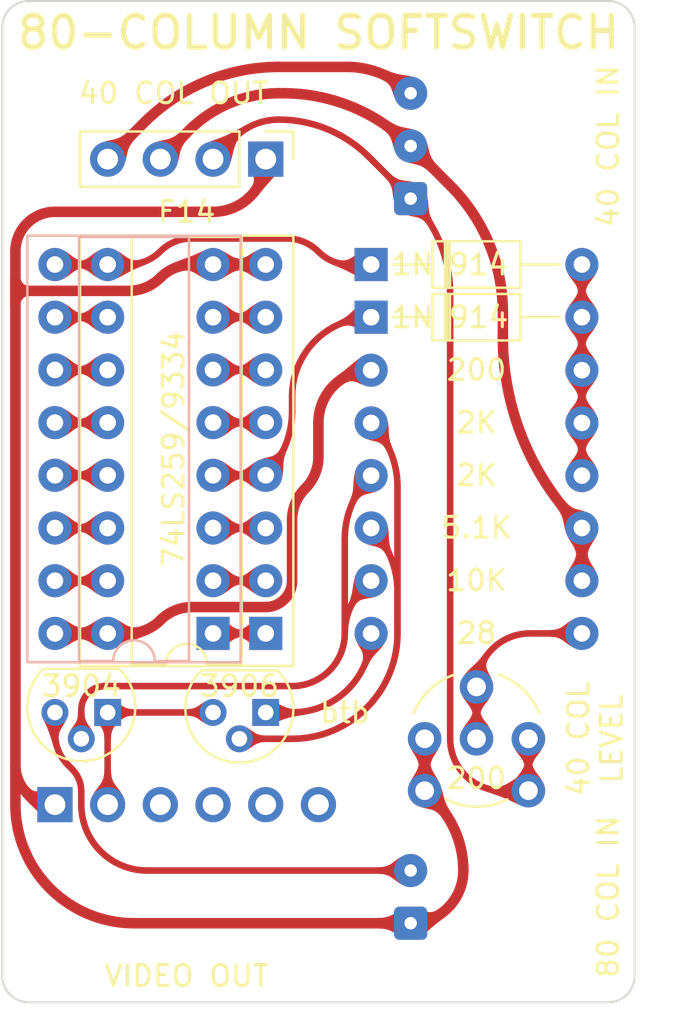
<source format=kicad_pcb>
(kicad_pcb (version 20211014) (generator pcbnew)
  (layers (0 "F.Cu" signal) (31 "B.Cu" signal) (34 "B.Paste" user) (35 "F.Paste" user) (36 "B.SilkS" user "B.Silkscreen") (37 "F.SilkS" user "F.Silkscreen") (38 "B.Mask" user) (39 "F.Mask" user) (44 "Edge.Cuts" user))
  (net 0 "")
  (net 1 "Net-(D1-Pad1)")
  (net 2 "Net-(D1-Pad2)")
  (net 3 "Net-(D2-Pad1)")
  (net 4 "/SWITCHED VIDEO OUT")
  (net 5 "Net-(Q1-Pad2)")
  (net 6 "Net-(Q2-Pad1)")
  (net 7 "Net-(Q2-Pad2)")
  (net 8 "GND")
  (net 13 "/+12V")
  (net 14 "/-5V")
  (net 15 "Net-(J1-Pad2)")
  (net 16 "+5V")
  (net 17 "Net-(R6-Pad1)")
  (net 18 "Net-(F14-Pad15)")
  (net 19 "Net-(F14-Pad14)")
  (net 20 "Net-(F14-Pad13)")
  (net 21 "Net-(F14-Pad12)")
  (net 22 "Net-(F14-Pad11)")
  (net 23 "Net-(F14-Pad10)")
  (net 24 "Net-(F14-Pad7)")
  (net 25 "Net-(F14-Pad6)")
  (net 26 "Net-(F14-Pad5)")
  (net 27 "Net-(F14-Pad3)")
  (net 28 "Net-(F14-Pad2)")
  (net 29 "Net-(F14-Pad1)")
  (net 30 "Net-(J2-Pad1)")
  (footprint "Resistor_THT:R_Axial_DIN0207_L6.3mm_D2.5mm_P10.16mm_Horizontal" (layer "F.Cu") (at 90.17 86.36 180)
    (fp_text reference "R5")
    (fp_text value "5.1K")
  )
  (footprint "Resistor_THT:R_Axial_DIN0207_L6.3mm_D2.5mm_P10.16mm_Horizontal" (layer "F.Cu") (at 90.17 91.44 180)
    (fp_text reference "R6")
    (fp_text value "28")
  )
  (footprint "Connector_PinHeader_2.54mm:PinHeader_1x06_P2.54mm_Horizontal" (layer "F.Cu") (at 77.47 99.695 -90)
    (fp_text reference "J3" hide)
    (fp_text value "VIDEO OUT")
  )
  (footprint "Connector_Wire:SolderWire-0.1sqmm_1x03_P3.6mm_D0.4mm_OD1mm_Relief" (layer "F.Cu") (at 81.915 70.485 90)
    (fp_text reference "J2" hide)
    (fp_text value "40 COL IN")
  )
  (footprint "Package_TO_SOT_THT:TO-92" (layer "F.Cu") (at 74.93 95.25 180)
    (fp_text reference "Q2" hide)
    (fp_text value "3906")
  )
  (footprint "Connector_PinHeader_2.54mm:PinHeader_1x04_P2.54mm_Vertical" (layer "F.Cu") (at 74.93 68.58 -90)
    (fp_text reference "J4" hide)
    (fp_text value "40 COL OUT")
  )
  (footprint "Package_DIP:DIP-16_W7.62mm_Socket" (layer "F.Cu") (at 74.93 91.44 180)
    (fp_text reference "F14")
    (fp_text value "74LS259/9334")
  )
  (footprint "Resistor_THT:R_Axial_DIN0207_L6.3mm_D2.5mm_P10.16mm_Horizontal" (layer "F.Cu") (at 90.17 83.835 180)
    (fp_text reference "R2")
    (fp_text value "2K")
  )
  (footprint "Diode_THT:D_DO-35_SOD27_P10.16mm_Horizontal" (layer "F.Cu") (at 80.01 76.2)
    (fp_text reference "D1")
    (fp_text value "1N 914")
  )
  (footprint "Package_DIP:DIP-16_W7.62mm_Socket" (layer "F.Cu") (at 72.39 91.44 180)
    (fp_text reference "FP14" hide)
    (fp_text value "F14 passthrough")
  )
  (footprint "MyPotentiometer:Multi_Potentiometer_6mm_Vertical" (layer "F.Cu") (at 87.59 99.02 90)
    (fp_text reference "RV1" hide)
    (fp_text value "200")
  )
  (footprint "Resistor_THT:R_Axial_DIN0207_L6.3mm_D2.5mm_P10.16mm_Horizontal" (layer "F.Cu") (at 90.17 78.755 180)
    (fp_text reference "R1")
    (fp_text value "200")
  )
  (footprint "Diode_THT:D_DO-35_SOD27_P10.16mm_Horizontal" (layer "F.Cu") (at 80.01 73.66)
    (fp_text reference "D2")
    (fp_text value "1N 914")
  )
  (footprint "Resistor_THT:R_Axial_DIN0207_L6.3mm_D2.5mm_P10.16mm_Horizontal" (layer "F.Cu") (at 90.17 81.295 180)
    (fp_text reference "R3")
    (fp_text value "2K")
  )
  (footprint "Resistor_THT:R_Axial_DIN0207_L6.3mm_D2.5mm_P10.16mm_Horizontal" (layer "F.Cu") (at 80.01 88.9)
    (fp_text reference "R4")
    (fp_text value "10K")
  )
  (footprint "Package_TO_SOT_THT:TO-92" (layer "F.Cu") (at 67.31 95.25 180)
    (fp_text reference "Q1" hide)
    (fp_text value "3904")
  )
  (footprint "Connector_Wire:SolderWire-0.1sqmm_1x02_P3.6mm_D0.4mm_OD1mm_Relief" (layer "F.Cu") (at 81.915 105.41 90)
    (fp_text reference "J1" hide)
    (fp_text value "80 COL IN")
  )
  (gr_arc (start 62.23 62.23) (mid 62.601974 61.331974) (end 63.5 60.96) (layer "Edge.Cuts") (width 0.1))
  (gr_line (start 62.23 107.95) (end 62.23 62.23) (layer "Edge.Cuts") (width 0.1))
  (gr_arc (start 92.71 107.95) (mid 92.338026 108.848026) (end 91.44 109.22) (layer "Edge.Cuts") (width 0.1))
  (gr_arc (start 63.5 109.22) (mid 62.601974 108.848026) (end 62.23 107.95) (layer "Edge.Cuts") (width 0.1))
  (gr_line (start 91.44 109.22) (end 63.5 109.22) (layer "Edge.Cuts") (width 0.1))
  (gr_line (start 63.5 60.96) (end 91.44 60.96) (layer "Edge.Cuts") (width 0.1))
  (gr_arc (start 91.44 60.96) (mid 92.338026 61.331974) (end 92.71 62.23) (layer "Edge.Cuts") (width 0.1))
  (gr_line (start 92.71 62.23) (end 92.71 107.95) (layer "Edge.Cuts") (width 0.1))
  (gr_text "40 COL\nLEVEL" (at 90.805 96.52 90) (layer "F.SilkS") (effects (font (size 1 1))))
  (gr_text "btb" (at 78.74 95.25) (layer "F.SilkS") (effects (font (size 1 1))))
  (gr_text "80-COLUMN SOFTSWITCH" (at 77.47 62.484) (layer "F.SilkS") (effects (font (size 1.524 1.524) (thickness 0.254))))
  (segment (start 76.2 80.025) (end 76.2 80.729807) (width 0.3175) (layer "F.Cu") (net 1))
  (segment (start 74.93 83.82) (end 72.39 83.82) (width 0.3175) (layer "F.Cu") (net 1))
  (segment (start 74.92 83.82) (end 72.689238 83.82) (width 0.3175) (layer "F.Cu") (net 1))
  (arc (start 76.2 80.025) (mid 77.315923 77.330923) (end 80.01 76.215) (width 0.3175) (layer "F.Cu") (net 1))
  (arc (start 74.92 83.82) (mid 75.867338 82.402207) (end 76.2 80.729807) (width 0.3175) (layer "F.Cu") (net 1))
  (segment (start 90.17 76.2) (end 90.17 73.66) (width 0.3175) (layer "F.Cu") (net 2))
  (segment (start 90.17 78.755) (end 90.17 76.2) (width 0.3175) (layer "F.Cu") (net 2))
  (segment (start 90.17 78.755) (end 90.17 81.295) (width 0.3175) (layer "F.Cu") (net 2))
  (segment (start 90.17 81.295) (end 90.17 83.835) (width 0.3175) (layer "F.Cu") (net 2))
  (segment (start 67.31 73.66) (end 68.316975 73.66) (width 0.3175) (layer "F.Cu") (net 3))
  (segment (start 71.346812 72.405) (end 75.936975 72.405) (width 0.3175) (layer "F.Cu") (net 3))
  (segment (start 67.31 73.66) (end 64.77 73.66) (width 0.3175) (layer "F.Cu") (net 3))
  (segment (start 79.003025 73.675) (end 80.01 73.675) (width 0.3175) (layer "F.Cu") (net 3))
  (arc (start 77.47 73.04) (mid 76.766642 72.570031) (end 75.936975 72.405) (width 0.3175) (layer "F.Cu") (net 3))
  (arc (start 68.316975 73.66) (mid 69.146642 73.494969) (end 69.85 73.025) (width 0.3175) (layer "F.Cu") (net 3))
  (arc (start 71.346812 72.405) (mid 70.536744 72.566133) (end 69.85 73.025) (width 0.3175) (layer "F.Cu") (net 3))
  (arc (start 77.47 73.04) (mid 78.173358 73.509969) (end 79.003025 73.675) (width 0.3175) (layer "F.Cu") (net 3))
  (segment (start 67.31 95.25) (end 72.39 95.25) (width 0.3175) (layer "F.Cu") (net 4))
  (segment (start 67.31 95.25) (end 67.31 99.695) (width 0.3175) (layer "F.Cu") (net 4))
  (segment (start 67.183 93.98) (end 76.2 93.98) (width 0.3175) (layer "F.Cu") (net 5))
  (segment (start 66.04 95.123) (end 66.04 96.52) (width 0.3175) (layer "F.Cu") (net 5))
  (segment (start 78.74 86.901051) (end 78.74 91.44) (width 0.3175) (layer "F.Cu") (net 5))
  (arc (start 78.74 86.901051) (mid 79.070062 85.241717) (end 80.01 83.835) (width 0.3175) (layer "F.Cu") (net 5))
  (arc (start 78.74 91.44) (mid 77.996051 93.236051) (end 76.2 93.98) (width 0.3175) (layer "F.Cu") (net 5))
  (arc (start 67.183 93.98) (mid 66.374777 94.314777) (end 66.04 95.123) (width 0.3175) (layer "F.Cu") (net 5))
  (arc (start 78.74 91.44) (mid 78.973389 90.266673) (end 79.638026 89.271975) (width 0.3175) (layer "F.Cu") (net 5))
  (segment (start 76.2 95.25) (end 74.93 95.25) (width 0.3175) (layer "F.Cu") (net 6))
  (arc (start 76.2 95.25) (mid 78.894077 94.134077) (end 80.01 91.44) (width 0.3175) (layer "F.Cu") (net 6))
  (segment (start 81.28 90.4875) (end 81.28 90.96375) (width 0.3175) (layer "F.Cu") (net 7))
  (segment (start 81.28 91.28125) (end 81.28 90.96375) (width 0.3175) (layer "F.Cu") (net 7))
  (segment (start 81.28 90.4875) (end 81.28 90.96375) (width 0.3175) (layer "F.Cu") (net 7))
  (segment (start 81.28 89.426051) (end 81.28 90.4875) (width 0.3175) (layer "F.Cu") (net 7))
  (segment (start 81.28 90.96375) (end 81.28 91.28125) (width 0.3175) (layer "F.Cu") (net 7))
  (segment (start 76.2 96.52) (end 73.66 96.52) (width 0.3175) (layer "F.Cu") (net 7))
  (segment (start 81.28 91.28125) (end 81.28 91.44) (width 0.3175) (layer "F.Cu") (net 7))
  (segment (start 81.28 90.4875) (end 81.28 84.361051) (width 0.3175) (layer "F.Cu") (net 7))
  (arc (start 81.28 90.96375) (mid 81.28 90.96375) (end 81.28 90.96375) (width 0.3175) (layer "F.Cu") (net 7))
  (arc (start 81.28 89.426051) (mid 80.949938 87.766716) (end 80.01 86.36) (width 0.3175) (layer "F.Cu") (net 7))
  (arc (start 81.28 91.44) (mid 79.792102 95.032102) (end 76.2 96.52) (width 0.3175) (layer "F.Cu") (net 7))
  (arc (start 81.28 84.361051) (mid 80.949938 82.701716) (end 80.01 81.295) (width 0.3175) (layer "F.Cu") (net 7))
  (arc (start 81.28 90.4875) (mid 81.28 90.4875) (end 81.28 90.4875) (width 0.3175) (layer "F.Cu") (net 7))
  (segment (start 71.383025 73.66) (end 72.39 73.66) (width 0.508) (layer "F.Cu") (net 8))
  (segment (start 72.39 73.66) (end 74.93 73.66) (width 0.508) (layer "F.Cu") (net 8))
  (segment (start 64.77 71.12) (end 72.39 71.12) (width 0.508) (layer "F.Cu") (net 8))
  (segment (start 63.5 74.93) (end 68.316975 74.93) (width 0.508) (layer "F.Cu") (net 8))
  (segment (start 82.59 98.693745) (end 82.59 96.52) (width 0.508) (layer "F.Cu") (net 8))
  (segment (start 62.865 75.565) (end 62.865 99.695) (width 0.508) (layer "F.Cu") (net 8))
  (segment (start 62.865 75.565) (end 62.865 74.295) (width 0.508) (layer "F.Cu") (net 8))
  (segment (start 68.58 105.41) (end 81.915 105.41) (width 0.508) (layer "F.Cu") (net 8))
  (segment (start 62.865 75.565) (end 62.865 73.025) (width 0.508) (layer "F.Cu") (net 8))
  (segment (start 82.820696 99.250696) (end 83.051393 99.481393) (width 0.508) (layer "F.Cu") (net 8))
  (arc (start 62.865 75.565) (mid 63.050987 75.115987) (end 63.5 74.93) (width 0.508) (layer "F.Cu") (net 8))
  (arc (start 84.455 102.87) (mid 84.090214 101.036099) (end 83.051393 99.481393) (width 0.508) (layer "F.Cu") (net 8))
  (arc (start 62.865 97.79) (mid 63.422962 99.137038) (end 64.77 99.695) (width 0.508) (layer "F.Cu") (net 8))
  (arc (start 72.39 71.12) (mid 74.186051 70.376051) (end 74.93 68.58) (width 0.508) (layer "F.Cu") (net 8))
  (arc (start 62.865 74.295) (mid 63.050987 74.744012) (end 63.5 74.93) (width 0.508) (layer "F.Cu") (net 8))
  (arc (start 84.455 102.87) (mid 83.711051 104.666051) (end 81.915 105.41) (width 0.508) (layer "F.Cu") (net 8))
  (arc (start 71.383025 73.66) (mid 70.553358 73.825031) (end 69.85 74.295) (width 0.508) (layer "F.Cu") (net 8))
  (arc (start 82.820696 99.250696) (mid 82.649955 98.995165) (end 82.59 98.693745) (width 0.508) (layer "F.Cu") (net 8))
  (arc (start 62.865 73.025) (mid 63.422962 71.677962) (end 64.77 71.12) (width 0.508) (layer "F.Cu") (net 8))
  (arc (start 68.316975 74.93) (mid 69.146642 74.764969) (end 69.85 74.295) (width 0.508) (layer "F.Cu") (net 8))
  (arc (start 68.58 105.41) (mid 64.538885 103.736115) (end 62.865 99.695) (width 0.508) (layer "F.Cu") (net 8))
  (segment (start 78.848949 64.135) (end 75.565 64.135) (width 0.508) (layer "F.Cu") (net 13))
  (segment (start 69.060923 66.829077) (end 67.31 68.58) (width 0.508) (layer "F.Cu") (net 13))
  (arc (start 81.915 65.405) (mid 80.508284 64.465062) (end 78.848949 64.135) (width 0.508) (layer "F.Cu") (net 13))
  (arc (start 75.565 64.135) (mid 72.045019 64.835168) (end 69.060923 66.829077) (width 0.508) (layer "F.Cu") (net 13))
  (segment (start 71.228949 67.201051) (end 69.85 68.58) (width 0.508) (layer "F.Cu") (net 14))
  (segment (start 86.36 77.161847) (end 86.36 75.982102) (width 0.508) (layer "F.Cu") (net 14))
  (segment (start 90.17 86.36) (end 90.17 88.9) (width 0.508) (layer "F.Cu") (net 14))
  (segment (start 75.782898 65.405) (end 75.565 65.405) (width 0.508) (layer "F.Cu") (net 14))
  (segment (start 83.82 69.850001) (end 81.915 67.945) (width 0.508) (layer "F.Cu") (net 14))
  (arc (start 86.36 75.982102) (mid 85.699876 72.663433) (end 83.82 69.850001) (width 0.508) (layer "F.Cu") (net 14))
  (arc (start 75.565 65.405) (mid 73.218346 65.871778) (end 71.228949 67.201051) (width 0.508) (layer "F.Cu") (net 14))
  (arc (start 90.17 86.36) (mid 87.350187 82.139851) (end 86.36 77.161847) (width 0.508) (layer "F.Cu") (net 14))
  (arc (start 81.915 67.945) (mid 79.101568 66.065124) (end 75.782898 65.405) (width 0.508) (layer "F.Cu") (net 14))
  (segment (start 65.590987 97.975987) (end 65.405 97.79) (width 0.3175) (layer "F.Cu") (net 15))
  (segment (start 69.215 102.87) (end 81.915 102.87) (width 0.3175) (layer "F.Cu") (net 15))
  (segment (start 66.04 99.06) (end 66.04 99.695) (width 0.3175) (layer "F.Cu") (net 15))
  (segment (start 64.77 96.256975) (end 64.77 95.25) (width 0.3175) (layer "F.Cu") (net 15))
  (arc (start 65.590987 97.975987) (mid 65.923305 98.473336) (end 66.04 99.06) (width 0.3175) (layer "F.Cu") (net 15))
  (arc (start 69.215 102.87) (mid 66.969936 101.940064) (end 66.04 99.695) (width 0.3175) (layer "F.Cu") (net 15))
  (arc (start 64.77 96.256975) (mid 64.935031 97.086642) (end 65.405 97.79) (width 0.3175) (layer "F.Cu") (net 15))
  (segment (start 76.2 85.988025) (end 76.2 88.9) (width 0.508) (layer "F.Cu") (net 16))
  (segment (start 77.47 82.921975) (end 77.47 81.28) (width 0.508) (layer "F.Cu") (net 16))
  (segment (start 67.31 91.44) (end 68.316975 91.44) (width 0.508) (layer "F.Cu") (net 16))
  (segment (start 67.31 91.44) (end 64.77 91.44) (width 0.508) (layer "F.Cu") (net 16))
  (segment (start 74.93 90.17) (end 71.383025 90.17) (width 0.508) (layer "F.Cu") (net 16))
  (arc (start 69.85 90.805) (mid 69.146642 91.274969) (end 68.316975 91.44) (width 0.508) (layer "F.Cu") (net 16))
  (arc (start 77.47 82.921975) (mid 77.304969 83.751642) (end 76.835 84.455) (width 0.508) (layer "F.Cu") (net 16))
  (arc (start 77.47 81.28) (mid 78.209555 79.494555) (end 79.995 78.755) (width 0.508) (layer "F.Cu") (net 16))
  (arc (start 69.85 90.805) (mid 70.553358 90.335031) (end 71.383025 90.17) (width 0.508) (layer "F.Cu") (net 16))
  (arc (start 76.2 88.9) (mid 75.828026 89.798026) (end 74.93 90.17) (width 0.508) (layer "F.Cu") (net 16))
  (arc (start 76.2 85.988025) (mid 76.365031 85.158357) (end 76.835 84.455) (width 0.508) (layer "F.Cu") (net 16))
  (segment (start 87.67 91.44) (end 90.17 91.44) (width 0.3175) (layer "F.Cu") (net 17))
  (segment (start 85.09 94.02) (end 85.09 96.52) (width 0.3175) (layer "F.Cu") (net 17))
  (arc (start 85.09 94.02) (mid 85.845665 92.195665) (end 87.67 91.44) (width 0.3175) (layer "F.Cu") (net 17))
  (segment (start 64.77 88.9) (end 67.31 88.9) (width 0.3175) (layer "F.Cu") (net 18))
  (segment (start 64.77 86.36) (end 67.31 86.36) (width 0.3175) (layer "F.Cu") (net 19))
  (segment (start 64.77 83.82) (end 67.31 83.82) (width 0.3175) (layer "F.Cu") (net 20))
  (segment (start 64.77 81.28) (end 67.31 81.28) (width 0.3175) (layer "F.Cu") (net 21))
  (segment (start 64.77 78.74) (end 67.31 78.74) (width 0.3175) (layer "F.Cu") (net 22))
  (segment (start 64.77 76.2) (end 67.31 76.2) (width 0.3175) (layer "F.Cu") (net 23))
  (segment (start 74.93 76.2) (end 72.39 76.2) (width 0.3175) (layer "F.Cu") (net 24))
  (segment (start 74.93 78.74) (end 72.39 78.74) (width 0.3175) (layer "F.Cu") (net 25))
  (segment (start 74.93 81.28) (end 72.39 81.28) (width 0.3175) (layer "F.Cu") (net 26))
  (segment (start 74.93 86.36) (end 72.39 86.36) (width 0.3175) (layer "F.Cu") (net 27))
  (segment (start 74.93 88.9) (end 72.39 88.9) (width 0.3175) (layer "F.Cu") (net 28))
  (segment (start 74.93 91.44) (end 72.39 91.44) (width 0.3175) (layer "F.Cu") (net 29))
  (segment (start 83.82 96.52) (end 83.82 75.084076) (width 0.3175) (layer "F.Cu") (net 30))
  (segment (start 72.39 68.58) (end 73.396974 67.573026) (width 0.3175) (layer "F.Cu") (net 30))
  (segment (start 87.59 99.02) (end 87.59 96.52) (width 0.3175) (layer "F.Cu") (net 30))
  (segment (start 87.59 99.02) (end 86.32 99.02) (width 0.3175) (layer "F.Cu") (net 30))
  (segment (start 79.901051 68.471051) (end 81.915 70.485) (width 0.3175) (layer "F.Cu") (net 30))
  (arc (start 75.565 66.675) (mid 77.911654 67.141778) (end 79.901051 68.471051) (width 0.3175) (layer "F.Cu") (net 30))
  (arc (start 73.396974 67.573026) (mid 74.391672 66.908389) (end 75.565 66.675) (width 0.3175) (layer "F.Cu") (net 30))
  (arc (start 83.82 96.52) (mid 84.552233 98.287767) (end 86.32 99.02) (width 0.3175) (layer "F.Cu") (net 30))
  (arc (start 81.915 70.485) (mid 83.324906 72.595074) (end 83.82 75.084076) (width 0.3175) (layer "F.Cu") (net 30))
  (zone (net 7) (net_name "Net-(Q2-Pad2)") (layer "F.Cu") (priority 16962) (connect_pads yes (clearance 0)) (min_thickness 0.0254) (fill yes (thermal_gap 0.508) (thermal_bridge_width 0.508))
    (polygon (pts (xy 74.95 96.36125) (xy 74.800514 96.354896) (xy 74.676389 96.336766) (xy 74.572183 96.308252) (xy 74.482453 96.270748) (xy 74.401757 96.225649) (xy 74.324654 96.174347) (xy 74.245701 96.118238) (xy 74.159457 96.058714) (xy 74.06048 95.99717) (xy 73.943328 95.935) (xy 73.335 96.52) (xy 73.943328 97.105) (xy 74.06048 97.042829) (xy 74.159457 96.981285) (xy 74.245701 96.921761) (xy 74.324654 96.865652) (xy 74.401757 96.81435) (xy 74.482453 96.769251) (xy 74.572183 96.731747) (xy 74.676389 96.703233) (xy 74.800514 96.685103) (xy 74.95 96.67875)))
  )
  (zone (net 30) (net_name "Net-(J2-Pad1)") (layer "F.Cu") (priority 16962) (connect_pads yes (clearance 0)) (min_thickness 0.0254) (fill yes (thermal_gap 0.508) (thermal_bridge_width 0.508))
    (polygon (pts (xy 83.032747 71.661914) (xy 82.938029 71.489637) (xy 82.871341 71.338725) (xy 82.827171 71.203918) (xy 82.800006 71.079955) (xy 82.784333 70.961579) (xy 82.774639 70.843528) (xy 82.765411 70.720545) (xy 82.751138 70.587369) (xy 82.726305 70.438741) (xy 82.6854 70.269402) (xy 81.650076 70.185309) (xy 81.606511 71.223128) (xy 81.75748 71.27827) (xy 81.896199 71.316454) (xy 82.024297 71.344458) (xy 82.143401 71.369064) (xy 82.255139 71.39705) (xy 82.361139 71.435197) (xy 82.46303 71.490284) (xy 82.56244 71.569092) (xy 82.660996 71.6784) (xy 82.760327 71.824988)))
  )
  (zone (net 13) (net_name "/+12V") (layer "F.Cu") (priority 16962) (connect_pads yes (clearance 0)) (min_thickness 0.0254) (fill yes (thermal_gap 0.508) (thermal_bridge_width 0.508))
    (polygon (pts (xy 80.500014 64.737809) (xy 80.648097 64.812592) (xy 80.763643 64.890527) (xy 80.852235 64.972521) (xy 80.919458 65.059475) (xy 80.970894 65.152296) (xy 81.012127 65.251886) (xy 81.048742 65.359151) (xy 81.08632 65.474996) (xy 81.130447 65.600323) (xy 81.186706 65.736038) (xy 82.222695 65.660584) (xy 82.106809 64.628335) (xy 81.939884 64.590343) (xy 81.794549 64.56267) (xy 81.66494 64.541655) (xy 81.545194 64.523633) (xy 81.429446 64.504941) (xy 81.311835 64.481916) (xy 81.186496 64.450894) (xy 81.047566 64.408212) (xy 80.889181 64.350208) (xy 80.70548 64.273217)))
  )
  (zone (net 2) (net_name "Net-(D1-Pad2)") (layer "F.Cu") (priority 16962) (connect_pads yes (clearance 0)) (min_thickness 0.0254) (fill yes (thermal_gap 0.508) (thermal_bridge_width 0.508))
    (polygon (pts (xy 90.32875 80.345) (xy 90.337448 80.159213) (xy 90.362173 80.005857) (xy 90.400866 79.877906) (xy 90.45147 79.768339) (xy 90.511927 79.670133) (xy 90.58018 79.576264) (xy 90.654171 79.479711) (xy 90.731843 79.373449) (xy 90.811138 79.250457) (xy 90.89 79.103711) (xy 90.17 78.355) (xy 89.45 79.103711) (xy 89.528861 79.250457) (xy 89.608156 79.373449) (xy 89.685828 79.479711) (xy 89.759819 79.576264) (xy 89.828072 79.670133) (xy 89.888529 79.768339) (xy 89.939133 79.877906) (xy 89.977826 80.005857) (xy 90.002551 80.159213) (xy 90.01125 80.345)))
  )
  (zone (net 25) (net_name "Net-(F14-Pad6)") (layer "F.Cu") (priority 16962) (connect_pads yes (clearance 0)) (min_thickness 0.0254) (fill yes (thermal_gap 0.508) (thermal_bridge_width 0.508))
    (polygon (pts (xy 73.34 78.89875) (xy 73.525786 78.907448) (xy 73.679142 78.932173) (xy 73.807093 78.970866) (xy 73.91666 79.02147) (xy 74.014866 79.081927) (xy 74.108735 79.15018) (xy 74.205288 79.224171) (xy 74.31155 79.301843) (xy 74.434542 79.381138) (xy 74.581289 79.46) (xy 75.33 78.74) (xy 74.581289 78.02) (xy 74.434542 78.098861) (xy 74.31155 78.178156) (xy 74.205288 78.255828) (xy 74.108735 78.329819) (xy 74.014866 78.398072) (xy 73.91666 78.458529) (xy 73.807093 78.509133) (xy 73.679142 78.547826) (xy 73.525786 78.572551) (xy 73.34 78.58125)))
  )
  (zone (net 14) (net_name "/-5V") (layer "F.Cu") (priority 16962) (connect_pads yes (clearance 0)) (min_thickness 0.0254) (fill yes (thermal_gap 0.508) (thermal_bridge_width 0.508))
    (polygon (pts (xy 90.424 87.95) (xy 90.430389 87.767898) (xy 90.448787 87.615222) (xy 90.478043 87.485768) (xy 90.517003 87.373333) (xy 90.564514 87.271712) (xy 90.619424 87.174703) (xy 90.68058 87.076102) (xy 90.74683 86.969705) (xy 90.817021 86.849309) (xy 90.89 86.708711) (xy 90.17 85.96) (xy 89.45 86.708711) (xy 89.522978 86.849309) (xy 89.593169 86.969705) (xy 89.659419 87.076102) (xy 89.720575 87.174703) (xy 89.775485 87.271712) (xy 89.822996 87.373333) (xy 89.861956 87.485768) (xy 89.891212 87.615222) (xy 89.90961 87.767898) (xy 89.916 87.95)))
  )
  (zone (net 7) (net_name "Net-(Q2-Pad2)") (layer "F.Cu") (priority 16962) (connect_pads yes (clearance 0)) (min_thickness 0.0254) (fill yes (thermal_gap 0.508) (thermal_bridge_width 0.508))
    (polygon (pts (xy 81.054675 87.60804) (xy 80.979345 87.421783) (xy 80.927817 87.260858) (xy 80.895209 87.119289) (xy 80.876639 86.991099) (xy 80.867225 86.87031) (xy 80.862088 86.750945) (xy 80.856344 86.627027) (xy 80.845113 86.49258) (xy 80.823514 86.341627) (xy 80.786665 86.16819) (xy 79.754416 86.052305) (xy 79.678963 87.088295) (xy 79.824833 87.146463) (xy 79.960691 87.188115) (xy 80.08718 87.219997) (xy 80.204944 87.248858) (xy 80.314626 87.281446) (xy 80.416868 87.324509) (xy 80.512313 87.384793) (xy 80.601606 87.469047) (xy 80.685389 87.58402) (xy 80.764305 87.736458)))
  )
  (zone (net 17) (net_name "Net-(R6-Pad1)") (layer "F.Cu") (priority 16962) (connect_pads yes (clearance 0)) (min_thickness 0.0254) (fill yes (thermal_gap 0.508) (thermal_bridge_width 0.508))
    (polygon (pts (xy 85.24875 95.63) (xy 85.257605 95.441791) (xy 85.282769 95.286483) (xy 85.322141 95.156949) (xy 85.373618 95.046059) (xy 85.435099 94.946686) (xy 85.504482 94.8517) (xy 85.579666 94.753974) (xy 85.658548 94.64638) (xy 85.739026 94.521787) (xy 85.819 94.37307) (xy 85.09 93.615) (xy 84.361 94.37307) (xy 84.440973 94.521787) (xy 84.521451 94.64638) (xy 84.600333 94.753974) (xy 84.675517 94.8517) (xy 84.7449 94.946686) (xy 84.806381 95.046059) (xy 84.857858 95.156949) (xy 84.89723 95.286483) (xy 84.922394 95.441791) (xy 84.93125 95.63)))
  )
  (zone (net 2) (net_name "Net-(D1-Pad2)") (layer "F.Cu") (priority 16962) (connect_pads yes (clearance 0)) (min_thickness 0.0254) (fill yes (thermal_gap 0.508) (thermal_bridge_width 0.508))
    (polygon (pts (xy 90.32875 75.25) (xy 90.337448 75.064213) (xy 90.362173 74.910857) (xy 90.400866 74.782906) (xy 90.45147 74.673339) (xy 90.511927 74.575133) (xy 90.58018 74.481264) (xy 90.654171 74.384711) (xy 90.731843 74.278449) (xy 90.811138 74.155457) (xy 90.89 74.008711) (xy 90.17 73.26) (xy 89.45 74.008711) (xy 89.528861 74.155457) (xy 89.608156 74.278449) (xy 89.685828 74.384711) (xy 89.759819 74.481264) (xy 89.828072 74.575133) (xy 89.888529 74.673339) (xy 89.939133 74.782906) (xy 89.977826 74.910857) (xy 90.002551 75.064213) (xy 90.01125 75.25)))
  )
  (zone (net 26) (net_name "Net-(F14-Pad5)") (layer "F.Cu") (priority 16962) (connect_pads yes (clearance 0)) (min_thickness 0.0254) (fill yes (thermal_gap 0.508) (thermal_bridge_width 0.508))
    (polygon (pts (xy 73.34 81.43875) (xy 73.525786 81.447448) (xy 73.679142 81.472173) (xy 73.807093 81.510866) (xy 73.91666 81.56147) (xy 74.014866 81.621927) (xy 74.108735 81.69018) (xy 74.205288 81.764171) (xy 74.31155 81.841843) (xy 74.434542 81.921138) (xy 74.581289 82) (xy 75.33 81.28) (xy 74.581289 80.56) (xy 74.434542 80.638861) (xy 74.31155 80.718156) (xy 74.205288 80.795828) (xy 74.108735 80.869819) (xy 74.014866 80.938072) (xy 73.91666 80.998529) (xy 73.807093 81.049133) (xy 73.679142 81.087826) (xy 73.525786 81.112551) (xy 73.34 81.12125)))
  )
  (zone (net 2) (net_name "Net-(D1-Pad2)") (layer "F.Cu") (priority 16962) (connect_pads yes (clearance 0)) (min_thickness 0.0254) (fill yes (thermal_gap 0.508) (thermal_bridge_width 0.508))
    (polygon (pts (xy 90.01125 79.705) (xy 90.002551 79.890786) (xy 89.977826 80.044142) (xy 89.939133 80.172093) (xy 89.888529 80.28166) (xy 89.828072 80.379866) (xy 89.759819 80.473735) (xy 89.685828 80.570288) (xy 89.608156 80.67655) (xy 89.528861 80.799542) (xy 89.45 80.946289) (xy 90.17 81.695) (xy 90.89 80.946289) (xy 90.811138 80.799542) (xy 90.731843 80.67655) (xy 90.654171 80.570288) (xy 90.58018 80.473735) (xy 90.511927 80.379866) (xy 90.45147 80.28166) (xy 90.400866 80.172093) (xy 90.362173 80.044142) (xy 90.337448 79.890786) (xy 90.32875 79.705)))
  )
  (zone (net 6) (net_name "Net-(Q2-Pad1)") (layer "F.Cu") (priority 16962) (connect_pads yes (clearance 0)) (min_thickness 0.0254) (fill yes (thermal_gap 0.508) (thermal_bridge_width 0.508))
    (polygon (pts (xy 76.819899 95.038243) (xy 76.594815 95.070236) (xy 76.40256 95.083133) (xy 76.236193 95.078317) (xy 76.08877 95.057175) (xy 75.95335 95.02109) (xy 75.822991 94.971448) (xy 75.690751 94.909632) (xy 75.549689 94.83703) (xy 75.392862 94.755024) (xy 75.213328 94.665) (xy 74.605 95.25) (xy 75.213328 95.835) (xy 75.400912 95.745938) (xy 75.563524 95.673178) (xy 75.708734 95.613996) (xy 75.844112 95.565669) (xy 75.977226 95.525472) (xy 76.115648 95.490684) (xy 76.266947 95.458579) (xy 76.438692 95.426434) (xy 76.638454 95.391527) (xy 76.873803 95.351133)))
  )
  (zone (net 15) (net_name "Net-(J1-Pad2)") (layer "F.Cu") (priority 16962) (connect_pads yes (clearance 0)) (min_thickness 0.0254) (fill yes (thermal_gap 0.508) (thermal_bridge_width 0.508))
    (polygon (pts (xy 65.018372 96.850397) (xy 64.972077 96.670049) (xy 64.951618 96.515013) (xy 64.95397 96.37985) (xy 64.976108 96.259122) (xy 65.015006 96.147389) (xy 65.067638 96.039215) (xy 65.130979 95.92916) (xy 65.202003 95.811786) (xy 65.277685 95.681654) (xy 65.355 95.533328) (xy 64.77 94.925) (xy 64.185 95.533328) (xy 64.263088 95.69639) (xy 64.328201 95.836911) (xy 64.383113 95.961512) (xy 64.4306 96.076815) (xy 64.473438 96.189441) (xy 64.514403 96.306012) (xy 64.556269 96.433148) (xy 64.601813 96.577471) (xy 64.65381 96.745603) (xy 64.715036 96.944165)))
  )
  (zone (net 17) (net_name "Net-(R6-Pad1)") (layer "F.Cu") (priority 16962) (connect_pads yes (clearance 0)) (min_thickness 0.0254) (fill yes (thermal_gap 0.508) (thermal_bridge_width 0.508))
    (polygon (pts (xy 88.58 91.59875) (xy 88.765786 91.607448) (xy 88.919142 91.632173) (xy 89.047093 91.670866) (xy 89.15666 91.72147) (xy 89.254866 91.781927) (xy 89.348735 91.85018) (xy 89.445288 91.924171) (xy 89.55155 92.001843) (xy 89.674542 92.081138) (xy 89.821289 92.16) (xy 90.57 91.44) (xy 89.821289 90.72) (xy 89.674542 90.798861) (xy 89.55155 90.878156) (xy 89.445288 90.955828) (xy 89.348735 91.029819) (xy 89.254866 91.098072) (xy 89.15666 91.158529) (xy 89.047093 91.209133) (xy 88.919142 91.247826) (xy 88.765786 91.272551) (xy 88.58 91.28125)))
  )
  (zone (net 2) (net_name "Net-(D1-Pad2)") (layer "F.Cu") (priority 16962) (connect_pads yes (clearance 0)) (min_thickness 0.0254) (fill yes (thermal_gap 0.508) (thermal_bridge_width 0.508))
    (polygon (pts (xy 90.01125 77.165) (xy 90.002551 77.350786) (xy 89.977826 77.504142) (xy 89.939133 77.632093) (xy 89.888529 77.74166) (xy 89.828072 77.839866) (xy 89.759819 77.933735) (xy 89.685828 78.030288) (xy 89.608156 78.13655) (xy 89.528861 78.259542) (xy 89.45 78.406289) (xy 90.17 79.155) (xy 90.89 78.406289) (xy 90.811138 78.259542) (xy 90.731843 78.13655) (xy 90.654171 78.030288) (xy 90.58018 77.933735) (xy 90.511927 77.839866) (xy 90.45147 77.74166) (xy 90.400866 77.632093) (xy 90.362173 77.504142) (xy 90.337448 77.350786) (xy 90.32875 77.165)))
  )
  (zone (net 3) (net_name "Net-(D2-Pad1)") (layer "F.Cu") (priority 16962) (connect_pads yes (clearance 0)) (min_thickness 0.0254) (fill yes (thermal_gap 0.508) (thermal_bridge_width 0.508))
    (polygon (pts (xy 78.163798 73.677127) (xy 78.377381 73.761887) (xy 78.556229 73.837141) (xy 78.708162 73.9053) (xy 78.841 73.968779) (xy 78.962565 74.02999) (xy 79.080677 74.091346) (xy 79.203158 74.155261) (xy 79.337828 74.224148) (xy 79.492508 74.30042) (xy 79.67502 74.38649) (xy 80.409927 73.652407) (xy 79.647683 72.94675) (xy 79.491226 73.035092) (xy 79.354348 73.126117) (xy 79.231335 73.215075) (xy 79.116469 73.297219) (xy 79.004035 73.367797) (xy 78.888319 73.422062) (xy 78.763604 73.455264) (xy 78.624175 73.462653) (xy 78.464316 73.439481) (xy 78.278312 73.380999)))
  )
  (zone (net 16) (net_name "+5V") (layer "F.Cu") (priority 16962) (connect_pads yes (clearance 0)) (min_thickness 0.0254) (fill yes (thermal_gap 0.508) (thermal_bridge_width 0.508))
    (polygon (pts (xy 69.007332 91.05716) (xy 68.826453 91.115619) (xy 68.66939 91.143185) (xy 68.531045 91.14376) (xy 68.406324 91.12125) (xy 68.290129 91.079557) (xy 68.177366 91.022586) (xy 68.062938 90.954241) (xy 67.94175 90.878425) (xy 67.808706 90.799043) (xy 67.658711 90.72) (xy 66.91 91.44) (xy 67.658711 92.16) (xy 67.8353 92.075599) (xy 67.988111 92.004966) (xy 68.12411 91.94473) (xy 68.250264 91.891518) (xy 68.373538 91.84196) (xy 68.500901 91.792684) (xy 68.639317 91.740318) (xy 68.795754 91.68149) (xy 68.977178 91.61283) (xy 69.190556 91.530966)))
  )
  (zone (net 15) (net_name "Net-(J1-Pad2)") (layer "F.Cu") (priority 16962) (connect_pads yes (clearance 0)) (min_thickness 0.0254) (fill yes (thermal_gap 0.508) (thermal_bridge_width 0.508))
    (polygon (pts (xy 80.325 103.02875) (xy 80.510786 103.037448) (xy 80.664142 103.062173) (xy 80.792093 103.100866) (xy 80.90166 103.15147) (xy 80.999866 103.211927) (xy 81.093735 103.28018) (xy 81.190288 103.354171) (xy 81.29655 103.431843) (xy 81.419542 103.511138) (xy 81.566289 103.59) (xy 82.315 102.87) (xy 81.566289 102.15) (xy 81.419542 102.228861) (xy 81.29655 102.308156) (xy 81.190288 102.385828) (xy 81.093735 102.459819) (xy 80.999866 102.528072) (xy 80.90166 102.588529) (xy 80.792093 102.639133) (xy 80.664142 102.677826) (xy 80.510786 102.702551) (xy 80.325 102.71125)))
  )
  (zone (net 2) (net_name "Net-(D1-Pad2)") (layer "F.Cu") (priority 16962) (connect_pads yes (clearance 0)) (min_thickness 0.0254) (fill yes (thermal_gap 0.508) (thermal_bridge_width 0.508))
    (polygon (pts (xy 90.32875 82.885) (xy 90.337448 82.699213) (xy 90.362173 82.545857) (xy 90.400866 82.417906) (xy 90.45147 82.308339) (xy 90.511927 82.210133) (xy 90.58018 82.116264) (xy 90.654171 82.019711) (xy 90.731843 81.913449) (xy 90.811138 81.790457) (xy 90.89 81.643711) (xy 90.17 80.895) (xy 89.45 81.643711) (xy 89.528861 81.790457) (xy 89.608156 81.913449) (xy 89.685828 82.019711) (xy 89.759819 82.116264) (xy 89.828072 82.210133) (xy 89.888529 82.308339) (xy 89.939133 82.417906) (xy 89.977826 82.545857) (xy 90.002551 82.699213) (xy 90.01125 82.885)))
  )
  (zone (net 4) (net_name "/SWITCHED VIDEO OUT") (layer "F.Cu") (priority 16962) (connect_pads yes (clearance 0)) (min_thickness 0.0254) (fill yes (thermal_gap 0.508) (thermal_bridge_width 0.508))
    (polygon (pts (xy 67.15125 98.005) (xy 67.141769 98.202902) (xy 67.114845 98.366014) (xy 67.072759 98.501884) (xy 67.017787 98.618064) (xy 66.95221 98.722105) (xy 66.878306 98.821557) (xy 66.798354 98.923972) (xy 66.714633 99.036899) (xy 66.629422 99.167889) (xy 66.545 99.324494) (xy 67.31 100.12) (xy 68.075 99.324494) (xy 67.990577 99.167889) (xy 67.905366 99.036899) (xy 67.821645 98.923972) (xy 67.741693 98.821557) (xy 67.667789 98.722105) (xy 67.602212 98.618064) (xy 67.54724 98.501884) (xy 67.505154 98.366014) (xy 67.47823 98.202902) (xy 67.46875 98.005)))
  )
  (zone (net 3) (net_name "Net-(D2-Pad1)") (layer "F.Cu") (priority 16962) (connect_pads yes (clearance 0)) (min_thickness 0.0254) (fill yes (thermal_gap 0.508) (thermal_bridge_width 0.508))
    (polygon (pts (xy 65.72 73.81875) (xy 65.905786 73.827448) (xy 66.059142 73.852173) (xy 66.187093 73.890866) (xy 66.29666 73.94147) (xy 66.394866 74.001927) (xy 66.488735 74.07018) (xy 66.585288 74.144171) (xy 66.69155 74.221843) (xy 66.814542 74.301138) (xy 66.961289 74.38) (xy 67.71 73.66) (xy 66.961289 72.94) (xy 66.814542 73.018861) (xy 66.69155 73.098156) (xy 66.585288 73.175828) (xy 66.488735 73.249819) (xy 66.394866 73.318072) (xy 66.29666 73.378529) (xy 66.187093 73.429133) (xy 66.059142 73.467826) (xy 65.905786 73.492551) (xy 65.72 73.50125)))
  )
  (zone (net 8) (net_name "GND") (layer "F.Cu") (priority 16962) (connect_pads yes (clearance 0)) (min_thickness 0.0254) (fill yes (thermal_gap 0.508) (thermal_bridge_width 0.508))
    (polygon (pts (xy 83.875475 100.091962) (xy 83.771037 99.92621) (xy 83.689725 99.781632) (xy 83.627268 99.653058) (xy 83.579399 99.53532) (xy 83.541847 99.423247) (xy 83.510345 99.311671) (xy 83.480623 99.195421) (xy 83.448414 99.069329) (xy 83.409446 98.928225) (xy 83.359454 98.766941) (xy 82.308425 98.728899) (xy 82.31149 99.780612) (xy 82.459016 99.828516) (xy 82.593881 99.863042) (xy 82.718036 99.890141) (xy 82.833437 99.915762) (xy 82.942036 99.945855) (xy 83.045788 99.986368) (xy 83.146645 100.043253) (xy 83.246561 100.122457) (xy 83.34749 100.229932) (xy 83.451387 100.371626)))
  )
  (zone (net 27) (net_name "Net-(F14-Pad3)") (layer "F.Cu") (priority 16962) (connect_pads yes (clearance 0)) (min_thickness 0.0254) (fill yes (thermal_gap 0.508) (thermal_bridge_width 0.508))
    (polygon (pts (xy 73.34 86.51875) (xy 73.525786 86.527448) (xy 73.679142 86.552173) (xy 73.807093 86.590866) (xy 73.91666 86.64147) (xy 74.014866 86.701927) (xy 74.108735 86.77018) (xy 74.205288 86.844171) (xy 74.31155 86.921843) (xy 74.434542 87.001138) (xy 74.581289 87.08) (xy 75.33 86.36) (xy 74.581289 85.64) (xy 74.434542 85.718861) (xy 74.31155 85.798156) (xy 74.205288 85.875828) (xy 74.108735 85.949819) (xy 74.014866 86.018072) (xy 73.91666 86.078529) (xy 73.807093 86.129133) (xy 73.679142 86.167826) (xy 73.525786 86.192551) (xy 73.34 86.20125)))
  )
  (zone (net 14) (net_name "/-5V") (layer "F.Cu") (priority 16962) (connect_pads yes (clearance 0)) (min_thickness 0.0254) (fill yes (thermal_gap 0.508) (thermal_bridge_width 0.508))
    (polygon (pts (xy 89.916 87.31) (xy 89.90961 87.492101) (xy 89.891212 87.644777) (xy 89.861956 87.774231) (xy 89.822996 87.886666) (xy 89.775485 87.988287) (xy 89.720575 88.085296) (xy 89.659419 88.183897) (xy 89.593169 88.290294) (xy 89.522978 88.41069) (xy 89.45 88.551289) (xy 90.17 89.3) (xy 90.89 88.551289) (xy 90.817021 88.41069) (xy 90.74683 88.290294) (xy 90.68058 88.183897) (xy 90.619424 88.085296) (xy 90.564514 87.988287) (xy 90.517003 87.886666) (xy 90.478043 87.774231) (xy 90.448787 87.644777) (xy 90.430389 87.492101) (xy 90.424 87.31)))
  )
  (zone (net 5) (net_name "Net-(Q1-Pad2)") (layer "F.Cu") (priority 16962) (connect_pads yes (clearance 0)) (min_thickness 0.0254) (fill yes (thermal_gap 0.508) (thermal_bridge_width 0.508))
    (polygon (pts (xy 79.255704 85.211472) (xy 79.33462 85.059034) (xy 79.418402 84.94406) (xy 79.507694 84.859805) (xy 79.603138 84.799518) (xy 79.705379 84.756454) (xy 79.815059 84.723864) (xy 79.932821 84.695) (xy 80.059309 84.663116) (xy 80.195167 84.621463) (xy 80.341037 84.563295) (xy 80.265585 83.527305) (xy 79.233335 83.64319) (xy 79.196485 83.816628) (xy 79.174887 83.967583) (xy 79.163658 84.102031) (xy 79.157916 84.22595) (xy 79.152781 84.345316) (xy 79.143369 84.466106) (xy 79.124801 84.594298) (xy 79.092193 84.735868) (xy 79.040665 84.896794) (xy 78.965336 85.083052)))
  )
  (zone (net 19) (net_name "Net-(F14-Pad14)") (layer "F.Cu") (priority 16962) (connect_pads yes (clearance 0)) (min_thickness 0.0254) (fill yes (thermal_gap 0.508) (thermal_bridge_width 0.508))
    (polygon (pts (xy 65.72 86.51875) (xy 65.905786 86.527448) (xy 66.059142 86.552173) (xy 66.187093 86.590866) (xy 66.29666 86.64147) (xy 66.394866 86.701927) (xy 66.488735 86.77018) (xy 66.585288 86.844171) (xy 66.69155 86.921843) (xy 66.814542 87.001138) (xy 66.961289 87.08) (xy 67.71 86.36) (xy 66.961289 85.64) (xy 66.814542 85.718861) (xy 66.69155 85.798156) (xy 66.585288 85.875828) (xy 66.488735 85.949819) (xy 66.394866 86.018072) (xy 66.29666 86.078529) (xy 66.187093 86.129133) (xy 66.059142 86.167826) (xy 65.905786 86.192551) (xy 65.72 86.20125)))
  )
  (zone (net 14) (net_name "/-5V") (layer "F.Cu") (priority 16962) (connect_pads yes (clearance 0)) (min_thickness 0.0254) (fill yes (thermal_gap 0.508) (thermal_bridge_width 0.508))
    (polygon (pts (xy 80.542356 67.133615) (xy 80.682306 67.238594) (xy 80.790372 67.338802) (xy 80.872096 67.436517) (xy 80.933021 67.534017) (xy 80.978691 67.633582) (xy 81.014648 67.737488) (xy 81.046436 67.848015) (xy 81.079597 67.967441) (xy 81.119676 68.098045) (xy 81.172216 68.242105) (xy 82.210583 68.2145) (xy 82.142417 67.178005) (xy 81.982744 67.134615) (xy 81.842271 67.102739) (xy 81.716163 67.077814) (xy 81.599586 67.055275) (xy 81.487705 67.030559) (xy 81.375688 66.999103) (xy 81.2587 66.956342) (xy 81.131907 66.897715) (xy 80.990474 66.818656) (xy 80.82957 66.714603)))
  )
  (zone (net 2) (net_name "Net-(D1-Pad2)") (layer "F.Cu") (priority 16962) (connect_pads yes (clearance 0)) (min_thickness 0.0254) (fill yes (thermal_gap 0.508) (thermal_bridge_width 0.508))
    (polygon (pts (xy 90.32875 77.79) (xy 90.337448 77.604213) (xy 90.362173 77.450857) (xy 90.400866 77.322906) (xy 90.45147 77.213339) (xy 90.511927 77.115133) (xy 90.58018 77.021264) (xy 90.654171 76.924711) (xy 90.731843 76.818449) (xy 90.811138 76.695457) (xy 90.89 76.548711) (xy 90.17 75.8) (xy 89.45 76.548711) (xy 89.528861 76.695457) (xy 89.608156 76.818449) (xy 89.685828 76.924711) (xy 89.759819 77.021264) (xy 89.828072 77.115133) (xy 89.888529 77.213339) (xy 89.939133 77.322906) (xy 89.977826 77.450857) (xy 90.002551 77.604213) (xy 90.01125 77.79)))
  )
  (zone (net 17) (net_name "Net-(R6-Pad1)") (layer "F.Cu") (priority 16962) (connect_pads yes (clearance 0)) (min_thickness 0.0254) (fill yes (thermal_gap 0.508) (thermal_bridge_width 0.508))
    (polygon (pts (xy 85.453643 92.411115) (xy 85.326916 92.578105) (xy 85.213391 92.713906) (xy 85.110183 92.825741) (xy 85.014412 92.920832) (xy 84.923194 93.0064) (xy 84.833645 93.089667) (xy 84.742885 93.177855) (xy 84.648029 93.278186) (xy 84.546195 93.397881) (xy 84.434501 93.544164) (xy 85.026686 94.42002) (xy 85.865233 93.785237) (xy 85.814476 93.643122) (xy 85.757022 93.515543) (xy 85.698323 93.398995) (xy 85.643833 93.289972) (xy 85.599002 93.18497) (xy 85.569284 93.080486) (xy 85.56013 92.973015) (xy 85.576993 92.859051) (xy 85.625326 92.735091) (xy 85.710581 92.597631)))
  )
  (zone (net 24) (net_name "Net-(F14-Pad7)") (layer "F.Cu") (priority 16962) (connect_pads yes (clearance 0)) (min_thickness 0.0254) (fill yes (thermal_gap 0.508) (thermal_bridge_width 0.508))
    (polygon (pts (xy 73.34 76.35875) (xy 73.525786 76.367448) (xy 73.679142 76.392173) (xy 73.807093 76.430866) (xy 73.91666 76.48147) (xy 74.014866 76.541927) (xy 74.108735 76.61018) (xy 74.205288 76.684171) (xy 74.31155 76.761843) (xy 74.434542 76.841138) (xy 74.581289 76.92) (xy 75.33 76.2) (xy 74.581289 75.48) (xy 74.434542 75.558861) (xy 74.31155 75.638156) (xy 74.205288 75.715828) (xy 74.108735 75.789819) (xy 74.014866 75.858072) (xy 73.91666 75.918529) (xy 73.807093 75.969133) (xy 73.679142 76.007826) (xy 73.525786 76.032551) (xy 73.34 76.04125)))
  )
  (zone (net 25) (net_name "Net-(F14-Pad6)") (layer "F.Cu") (priority 16962) (connect_pads yes (clearance 0)) (min_thickness 0.0254) (fill yes (thermal_gap 0.508) (thermal_bridge_width 0.508))
    (polygon (pts (xy 73.98 78.58125) (xy 73.794213 78.572551) (xy 73.640857 78.547826) (xy 73.512906 78.509133) (xy 73.403339 78.458529) (xy 73.305133 78.398072) (xy 73.211264 78.329819) (xy 73.114711 78.255828) (xy 73.008449 78.178156) (xy 72.885457 78.098861) (xy 72.738711 78.02) (xy 71.99 78.74) (xy 72.738711 79.46) (xy 72.885457 79.381138) (xy 73.008449 79.301843) (xy 73.114711 79.224171) (xy 73.211264 79.15018) (xy 73.305133 79.081927) (xy 73.403339 79.02147) (xy 73.512906 78.970866) (xy 73.640857 78.932173) (xy 73.794213 78.907448) (xy 73.98 78.89875)))
  )
  (zone (net 30) (net_name "Net-(J2-Pad1)") (layer "F.Cu") (priority 16962) (connect_pads yes (clearance 0)) (min_thickness 0.0254) (fill yes (thermal_gap 0.508) (thermal_bridge_width 0.508))
    (polygon (pts (xy 73.995875 66.923739) (xy 73.746623 67.061912) (xy 73.535081 67.177196) (xy 73.35217 67.273772) (xy 73.188815 67.355818) (xy 73.035939 67.427515) (xy 72.884464 67.493044) (xy 72.725315 67.556584) (xy 72.549414 67.622316) (xy 72.347685 67.69442) (xy 72.111051 67.777076) (xy 72.08948 68.88052) (xy 73.192924 68.858949) (xy 73.264101 68.632401) (xy 73.318012 68.426728) (xy 73.363177 68.239165) (xy 73.408119 68.066948) (xy 73.461362 67.907313) (xy 73.531427 67.757496) (xy 73.626837 67.614732) (xy 73.756115 67.476257) (xy 73.927783 67.339307) (xy 74.150365 67.201117)))
  )
  (zone (net 30) (net_name "Net-(J2-Pad1)") (layer "F.Cu") (priority 16962) (connect_pads yes (clearance 0)) (min_thickness 0.0254) (fill yes (thermal_gap 0.508) (thermal_bridge_width 0.508))
    (polygon (pts (xy 80.678448 69.472954) (xy 80.803667 69.610475) (xy 80.894624 69.736397) (xy 80.957738 69.854232) (xy 80.999431 69.96749) (xy 81.026124 70.079681) (xy 81.044237 70.194319) (xy 81.060191 70.314912) (xy 81.080407 70.444972) (xy 81.111305 70.588011) (xy 81.159307 70.74754) (xy 82.197842 70.767842) (xy 82.17754 69.729307) (xy 82.018011 69.681305) (xy 81.874972 69.650407) (xy 81.744912 69.630191) (xy 81.624319 69.614237) (xy 81.509681 69.596124) (xy 81.39749 69.569431) (xy 81.284232 69.527738) (xy 81.166397 69.464624) (xy 81.040475 69.373667) (xy 80.902954 69.248448)))
  )
  (zone (net 8) (net_name "GND") (layer "F.Cu") (priority 16962) (connect_pads yes (clearance 0)) (min_thickness 0.0254) (fill yes (thermal_gap 0.508) (thermal_bridge_width 0.508))
    (polygon (pts (xy 83.26164 104.717257) (xy 83.133018 104.798924) (xy 83.016099 104.849307) (xy 82.907918 104.872723) (xy 82.805514 104.873488) (xy 82.705923 104.855922) (xy 82.606183 104.824341) (xy 82.503331 104.783063) (xy 82.394405 104.736406) (xy 82.276442 104.688686) (xy 82.146479 104.644222) (xy 81.51995 105.472731) (xy 82.386264 106.056459) (xy 82.528294 105.950892) (xy 82.648627 105.857667) (xy 82.753353 105.773214) (xy 82.848559 105.693962) (xy 82.940335 105.616341) (xy 83.034771 105.536782) (xy 83.137955 105.451714) (xy 83.255978 105.357567) (xy 83.394926 105.250771) (xy 83.560892 105.127757)))
  )
  (zone (net 16) (net_name "+5V") (layer "F.Cu") (priority 16962) (connect_pads yes (clearance 0)) (min_thickness 0.0254) (fill yes (thermal_gap 0.508) (thermal_bridge_width 0.508))
    (polygon (pts (xy 78.657596 79.444571) (xy 78.786743 79.362648) (xy 78.90414 79.312202) (xy 79.012759 79.288885) (xy 79.115571 79.288353) (xy 79.21555 79.306261) (xy 79.315669 79.338264) (xy 79.418899 79.380015) (xy 79.528213 79.427171) (xy 79.646585 79.475385) (xy 79.776986 79.520313) (xy 80.405175 78.693061) (xy 79.538877 78.108439) (xy 79.396474 78.214033) (xy 79.27564 78.307053) (xy 79.170315 78.391126) (xy 79.074441 78.469883) (xy 78.981961 78.546953) (xy 78.886817 78.625963) (xy 78.78295 78.710545) (xy 78.664302 78.804326) (xy 78.524816 78.910936) (xy 78.358434 79.034005)))
  )
  (zone (net 8) (net_name "GND") (layer "F.Cu") (priority 16962) (connect_pads yes (clearance 0)) (min_thickness 0.0254) (fill yes (thermal_gap 0.508) (thermal_bridge_width 0.508))
    (polygon (pts (xy 82.844 98.13) (xy 82.850544 97.945495) (xy 82.869382 97.790881) (xy 82.899314 97.659851) (xy 82.939146 97.546096) (xy 82.98768 97.443307) (xy 83.043719 97.345176) (xy 83.106067 97.245396) (xy 83.173528 97.137656) (xy 83.244904 97.01565) (xy 83.319 96.87307) (xy 82.59 96.115) (xy 81.861 96.87307) (xy 81.935095 97.01565) (xy 82.006471 97.137656) (xy 82.073932 97.245396) (xy 82.13628 97.345176) (xy 82.192319 97.443307) (xy 82.240853 97.546096) (xy 82.280685 97.659851) (xy 82.310617 97.790881) (xy 82.329455 97.945495) (xy 82.336 98.13)))
  )
  (zone (net 1) (net_name "Net-(D1-Pad1)") (layer "F.Cu") (priority 16962) (connect_pads yes (clearance 0)) (min_thickness 0.0254) (fill yes (thermal_gap 0.508) (thermal_bridge_width 0.508))
    (polygon (pts (xy 78.521339 76.691005) (xy 78.681518 76.631263) (xy 78.820202 76.603073) (xy 78.942364 76.601804) (xy 79.052982 76.622821) (xy 79.15703 76.661494) (xy 79.259485 76.71319) (xy 79.365323 76.773276) (xy 79.479518 76.837121) (xy 79.607048 76.900092) (xy 79.752888 76.957557) (xy 80.406937 76.150595) (xy 79.575029 75.528584) (xy 79.428819 75.629921) (xy 79.309081 75.724874) (xy 79.208212 75.814662) (xy 79.11861 75.900507) (xy 79.032673 75.983628) (xy 78.942799 76.065246) (xy 78.841386 76.146581) (xy 78.720831 76.228853) (xy 78.573533 76.313284) (xy 78.391891 76.401093)))
  )
  (zone (net 21) (net_name "Net-(F14-Pad12)") (layer "F.Cu") (priority 16962) (connect_pads yes (clearance 0)) (min_thickness 0.0254) (fill yes (thermal_gap 0.508) (thermal_bridge_width 0.508))
    (polygon (pts (xy 66.36 81.12125) (xy 66.174213 81.112551) (xy 66.020857 81.087826) (xy 65.892906 81.049133) (xy 65.783339 80.998529) (xy 65.685133 80.938072) (xy 65.591264 80.869819) (xy 65.494711 80.795828) (xy 65.388449 80.718156) (xy 65.265457 80.638861) (xy 65.118711 80.56) (xy 64.37 81.28) (xy 65.118711 82) (xy 65.265457 81.921138) (xy 65.388449 81.841843) (xy 65.494711 81.764171) (xy 65.591264 81.69018) (xy 65.685133 81.621927) (xy 65.783339 81.56147) (xy 65.892906 81.510866) (xy 66.020857 81.472173) (xy 66.174213 81.447448) (xy 66.36 81.43875)))
  )
  (zone (net 1) (net_name "Net-(D1-Pad1)") (layer "F.Cu") (priority 16962) (connect_pads yes (clearance 0)) (min_thickness 0.0254) (fill yes (thermal_gap 0.508) (thermal_bridge_width 0.508))
    (polygon (pts (xy 73.999238 83.66125) (xy 73.810967 83.652641) (xy 73.655387 83.628148) (xy 73.525425 83.589766) (xy 73.414005 83.539494) (xy 73.314053 83.479328) (xy 73.218495 83.411266) (xy 73.120256 83.337305) (xy 73.012262 83.259442) (xy 72.887438 83.179674) (xy 72.738711 83.1) (xy 71.99 83.82) (xy 72.738711 84.54) (xy 72.887438 84.460325) (xy 73.012262 84.380557) (xy 73.120256 84.302694) (xy 73.218495 84.228733) (xy 73.314053 84.160671) (xy 73.414005 84.100505) (xy 73.525425 84.050233) (xy 73.655387 84.011851) (xy 73.810967 83.987358) (xy 73.999238 83.97875)))
  )
  (zone (net 8) (net_name "GND") (layer "F.Cu") (priority 16962) (connect_pads yes (clearance 0)) (min_thickness 0.0254) (fill yes (thermal_gap 0.508) (thermal_bridge_width 0.508))
    (polygon (pts (xy 74.581226 70.313482) (xy 74.717184 70.143789) (xy 74.834382 70.001527) (xy 74.936986 69.880498) (xy 75.029163 69.774508) (xy 75.115081 69.677358) (xy 75.198906 69.582854) (xy 75.284806 69.484799) (xy 75.376947 69.376996) (xy 75.479496 69.25325) (xy 75.596622 69.107365) (xy 75.00078 68.160936) (xy 74.113979 68.817926) (xy 74.160287 68.956705) (xy 74.210833 69.083035) (xy 74.260742 69.199855) (xy 74.305141 69.310105) (xy 74.339153 69.416727) (xy 74.357905 69.522659) (xy 74.356523 69.630843) (xy 74.330131 69.744218) (xy 74.273856 69.865725) (xy 74.182822 69.998304)))
  )
  (zone (net 2) (net_name "Net-(D1-Pad2)") (layer "F.Cu") (priority 16962) (connect_pads yes (clearance 0)) (min_thickness 0.0254) (fill yes (thermal_gap 0.508) (thermal_bridge_width 0.508))
    (polygon (pts (xy 90.01125 82.245) (xy 90.002551 82.430786) (xy 89.977826 82.584142) (xy 89.939133 82.712093) (xy 89.888529 82.82166) (xy 89.828072 82.919866) (xy 89.759819 83.013735) (xy 89.685828 83.110288) (xy 89.608156 83.21655) (xy 89.528861 83.339542) (xy 89.45 83.486289) (xy 90.17 84.235) (xy 90.89 83.486289) (xy 90.811138 83.339542) (xy 90.731843 83.21655) (xy 90.654171 83.110288) (xy 90.58018 83.013735) (xy 90.511927 82.919866) (xy 90.45147 82.82166) (xy 90.400866 82.712093) (xy 90.362173 82.584142) (xy 90.337448 82.430786) (xy 90.32875 82.245)))
  )
  (zone (net 17) (net_name "Net-(R6-Pad1)") (layer "F.Cu") (priority 16962) (connect_pads yes (clearance 0)) (min_thickness 0.0254) (fill yes (thermal_gap 0.508) (thermal_bridge_width 0.508))
    (polygon (pts (xy 84.93125 94.91) (xy 84.922394 95.098208) (xy 84.89723 95.253516) (xy 84.857858 95.38305) (xy 84.806381 95.49394) (xy 84.7449 95.593313) (xy 84.675517 95.688299) (xy 84.600333 95.786025) (xy 84.521451 95.893619) (xy 84.440973 96.018212) (xy 84.361 96.16693) (xy 85.09 96.925) (xy 85.819 96.16693) (xy 85.739026 96.018212) (xy 85.658548 95.893619) (xy 85.579666 95.786025) (xy 85.504482 95.688299) (xy 85.435099 95.593313) (xy 85.373618 95.49394) (xy 85.322141 95.38305) (xy 85.282769 95.253516) (xy 85.257605 95.098208) (xy 85.24875 94.91)))
  )
  (zone (net 27) (net_name "Net-(F14-Pad3)") (layer "F.Cu") (priority 16962) (connect_pads yes (clearance 0)) (min_thickness 0.0254) (fill yes (thermal_gap 0.508) (thermal_bridge_width 0.508))
    (polygon (pts (xy 73.98 86.20125) (xy 73.794213 86.192551) (xy 73.640857 86.167826) (xy 73.512906 86.129133) (xy 73.403339 86.078529) (xy 73.305133 86.018072) (xy 73.211264 85.949819) (xy 73.114711 85.875828) (xy 73.008449 85.798156) (xy 72.885457 85.718861) (xy 72.738711 85.64) (xy 71.99 86.36) (xy 72.738711 87.08) (xy 72.885457 87.001138) (xy 73.008449 86.921843) (xy 73.114711 86.844171) (xy 73.211264 86.77018) (xy 73.305133 86.701927) (xy 73.403339 86.64147) (xy 73.512906 86.590866) (xy 73.640857 86.552173) (xy 73.794213 86.527448) (xy 73.98 86.51875)))
  )
  (zone (net 30) (net_name "Net-(J2-Pad1)") (layer "F.Cu") (priority 16962) (connect_pads yes (clearance 0)) (min_thickness 0.0254) (fill yes (thermal_gap 0.508) (thermal_bridge_width 0.508))
    (polygon (pts (xy 87.74875 98.13) (xy 87.757605 97.941791) (xy 87.782769 97.786483) (xy 87.822141 97.656949) (xy 87.873618 97.546059) (xy 87.935099 97.446686) (xy 88.004482 97.3517) (xy 88.079666 97.253974) (xy 88.158548 97.14638) (xy 88.239026 97.021787) (xy 88.319 96.87307) (xy 87.59 96.115) (xy 86.861 96.87307) (xy 86.940973 97.021787) (xy 87.021451 97.14638) (xy 87.100333 97.253974) (xy 87.175517 97.3517) (xy 87.2449 97.446686) (xy 87.306381 97.546059) (xy 87.357858 97.656949) (xy 87.39723 97.786483) (xy 87.422394 97.941791) (xy 87.43125 98.13)))
  )
  (zone (net 23) (net_name "Net-(F14-Pad10)") (layer "F.Cu") (priority 16962) (connect_pads yes (clearance 0)) (min_thickness 0.0254) (fill yes (thermal_gap 0.508) (thermal_bridge_width 0.508))
    (polygon (pts (xy 65.72 76.35875) (xy 65.905786 76.367448) (xy 66.059142 76.392173) (xy 66.187093 76.430866) (xy 66.29666 76.48147) (xy 66.394866 76.541927) (xy 66.488735 76.61018) (xy 66.585288 76.684171) (xy 66.69155 76.761843) (xy 66.814542 76.841138) (xy 66.961289 76.92) (xy 67.71 76.2) (xy 66.961289 75.48) (xy 66.814542 75.558861) (xy 66.69155 75.638156) (xy 66.585288 75.715828) (xy 66.488735 75.789819) (xy 66.394866 75.858072) (xy 66.29666 75.918529) (xy 66.187093 75.969133) (xy 66.059142 76.007826) (xy 65.905786 76.032551) (xy 65.72 76.04125)))
  )
  (zone (net 22) (net_name "Net-(F14-Pad11)") (layer "F.Cu") (priority 16962) (connect_pads yes (clearance 0)) (min_thickness 0.0254) (fill yes (thermal_gap 0.508) (thermal_bridge_width 0.508))
    (polygon (pts (xy 66.36 78.58125) (xy 66.174213 78.572551) (xy 66.020857 78.547826) (xy 65.892906 78.509133) (xy 65.783339 78.458529) (xy 65.685133 78.398072) (xy 65.591264 78.329819) (xy 65.494711 78.255828) (xy 65.388449 78.178156) (xy 65.265457 78.098861) (xy 65.118711 78.02) (xy 64.37 78.74) (xy 65.118711 79.46) (xy 65.265457 79.381138) (xy 65.388449 79.301843) (xy 65.494711 79.224171) (xy 65.591264 79.15018) (xy 65.685133 79.081927) (xy 65.783339 79.02147) (xy 65.892906 78.970866) (xy 66.020857 78.932173) (xy 66.174213 78.907448) (xy 66.36 78.89875)))
  )
  (zone (net 8) (net_name "GND") (layer "F.Cu") (priority 16962) (connect_pads yes (clearance 0)) (min_thickness 0.0254) (fill yes (thermal_gap 0.508) (thermal_bridge_width 0.508))
    (polygon (pts (xy 70.692666 74.042828) (xy 70.873544 73.984368) (xy 71.030608 73.956803) (xy 71.168953 73.956229) (xy 71.293675 73.978741) (xy 71.409869 74.020436) (xy 71.522633 74.077409) (xy 71.63706 74.145755) (xy 71.758248 74.221572) (xy 71.891292 74.300955) (xy 72.041289 74.38) (xy 72.79 73.66) (xy 72.041289 72.94) (xy 71.8647 73.0244) (xy 71.711889 73.095032) (xy 71.57589 73.155267) (xy 71.449736 73.208477) (xy 71.326461 73.258034) (xy 71.199098 73.307308) (xy 71.060681 73.359673) (xy 70.904244 73.418499) (xy 70.72282 73.487158) (xy 70.509444 73.569022)))
  )
  (zone (net 13) (net_name "/+12V") (layer "F.Cu") (priority 16962) (connect_pads yes (clearance 0)) (min_thickness 0.0254) (fill yes (thermal_gap 0.508) (thermal_bridge_width 0.508))
    (polygon (pts (xy 68.325404 67.205386) (xy 68.183066 67.337584) (xy 68.053694 67.437835) (xy 67.933499 67.511867) (xy 67.818696 67.565406) (xy 67.705498 67.604182) (xy 67.590119 67.633922) (xy 67.468771 67.660353) (xy 67.337668 67.689204) (xy 67.193023 67.726202) (xy 67.031051 67.777076) (xy 67.00948 68.88052) (xy 68.112924 68.858949) (xy 68.163797 68.696976) (xy 68.200795 68.552331) (xy 68.229646 68.421228) (xy 68.256077 68.29988) (xy 68.285817 68.184501) (xy 68.324593 68.071303) (xy 68.378132 67.9565) (xy 68.452164 67.836305) (xy 68.552415 67.706933) (xy 68.684614 67.564596)))
  )
  (zone (net 28) (net_name "Net-(F14-Pad2)") (layer "F.Cu") (priority 16962) (connect_pads yes (clearance 0)) (min_thickness 0.0254) (fill yes (thermal_gap 0.508) (thermal_bridge_width 0.508))
    (polygon (pts (xy 73.34 89.05875) (xy 73.525786 89.067448) (xy 73.679142 89.092173) (xy 73.807093 89.130866) (xy 73.91666 89.18147) (xy 74.014866 89.241927) (xy 74.108735 89.31018) (xy 74.205288 89.384171) (xy 74.31155 89.461843) (xy 74.434542 89.541138) (xy 74.581289 89.62) (xy 75.33 88.9) (xy 74.581289 88.18) (xy 74.434542 88.258861) (xy 74.31155 88.338156) (xy 74.205288 88.415828) (xy 74.108735 88.489819) (xy 74.014866 88.558072) (xy 73.91666 88.618529) (xy 73.807093 88.669133) (xy 73.679142 88.707826) (xy 73.525786 88.732551) (xy 73.34 88.74125)))
  )
  (zone (net 2) (net_name "Net-(D1-Pad2)") (layer "F.Cu") (priority 16962) (connect_pads yes (clearance 0)) (min_thickness 0.0254) (fill yes (thermal_gap 0.508) (thermal_bridge_width 0.508))
    (polygon (pts (xy 90.01125 74.61) (xy 90.002551 74.795786) (xy 89.977826 74.949142) (xy 89.939133 75.077093) (xy 89.888529 75.18666) (xy 89.828072 75.284866) (xy 89.759819 75.378735) (xy 89.685828 75.475288) (xy 89.608156 75.58155) (xy 89.528861 75.704542) (xy 89.45 75.851289) (xy 90.17 76.6) (xy 90.89 75.851289) (xy 90.811138 75.704542) (xy 90.731843 75.58155) (xy 90.654171 75.475288) (xy 90.58018 75.378735) (xy 90.511927 75.284866) (xy 90.45147 75.18666) (xy 90.400866 75.077093) (xy 90.362173 74.949142) (xy 90.337448 74.795786) (xy 90.32875 74.61)))
  )
  (zone (net 14) (net_name "/-5V") (layer "F.Cu") (priority 16962) (connect_pads yes (clearance 0)) (min_thickness 0.0254) (fill yes (thermal_gap 0.508) (thermal_bridge_width 0.508))
    (polygon (pts (xy 88.910687 85.3182) (xy 89.022482 85.470564) (xy 89.107636 85.605683) (xy 89.170956 85.728001) (xy 89.217247 85.841963) (xy 89.251318 85.952014) (xy 89.277974 86.0626) (xy 89.302022 86.178164) (xy 89.328271 86.303153) (xy 89.361525 86.44201) (xy 89.406593 86.599182) (xy 90.444013 86.651404) (xy 90.455649 85.612736) (xy 90.308886 85.561566) (xy 90.176591 85.522846) (xy 90.056032 85.491113) (xy 89.944477 85.460904) (xy 89.839195 85.426758) (xy 89.737452 85.383211) (xy 89.636519 85.324802) (xy 89.533662 85.246068) (xy 89.426151 85.141546) (xy 89.311253 85.005776)))
  )
  (zone (net 19) (net_name "Net-(F14-Pad14)") (layer "F.Cu") (priority 16962) (connect_pads yes (clearance 0)) (min_thickness 0.0254) (fill yes (thermal_gap 0.508) (thermal_bridge_width 0.508))
    (polygon (pts (xy 66.36 86.20125) (xy 66.174213 86.192551) (xy 66.020857 86.167826) (xy 65.892906 86.129133) (xy 65.783339 86.078529) (xy 65.685133 86.018072) (xy 65.591264 85.949819) (xy 65.494711 85.875828) (xy 65.388449 85.798156) (xy 65.265457 85.718861) (xy 65.118711 85.64) (xy 64.37 86.36) (xy 65.118711 87.08) (xy 65.265457 87.001138) (xy 65.388449 86.921843) (xy 65.494711 86.844171) (xy 65.591264 86.77018) (xy 65.685133 86.701927) (xy 65.783339 86.64147) (xy 65.892906 86.590866) (xy 66.020857 86.552173) (xy 66.174213 86.527448) (xy 66.36 86.51875)))
  )
  (zone (net 8) (net_name "GND") (layer "F.Cu") (priority 16962) (connect_pads yes (clearance 0)) (min_thickness 0.0254) (fill yes (thermal_gap 0.508) (thermal_bridge_width 0.508))
    (polygon (pts (xy 73.34 73.914) (xy 73.522101 73.920389) (xy 73.674777 73.938787) (xy 73.804231 73.968043) (xy 73.916666 74.007003) (xy 74.018287 74.054514) (xy 74.115296 74.109424) (xy 74.213897 74.17058) (xy 74.320294 74.23683) (xy 74.44069 74.307021) (xy 74.581289 74.38) (xy 75.33 73.66) (xy 74.581289 72.94) (xy 74.44069 73.012978) (xy 74.320294 73.083169) (xy 74.213897 73.149419) (xy 74.115296 73.210575) (xy 74.018287 73.265485) (xy 73.916666 73.312996) (xy 73.804231 73.351956) (xy 73.674777 73.381212) (xy 73.522101 73.39961) (xy 73.34 73.406)))
  )
  (zone (net 4) (net_name "/SWITCHED VIDEO OUT") (layer "F.Cu") (priority 16962) (connect_pads yes (clearance 0)) (min_thickness 0.0254) (fill yes (thermal_gap 0.508) (thermal_bridge_width 0.508))
    (polygon (pts (xy 68.6 95.09125) (xy 68.450514 95.084896) (xy 68.326389 95.066766) (xy 68.222183 95.038252) (xy 68.132453 95.000748) (xy 68.051757 94.955649) (xy 67.974654 94.904347) (xy 67.895701 94.848238) (xy 67.809457 94.788714) (xy 67.71048 94.72717) (xy 67.593328 94.665) (xy 66.985 95.25) (xy 67.593328 95.835) (xy 67.71048 95.772829) (xy 67.809457 95.711285) (xy 67.895701 95.651761) (xy 67.974654 95.595652) (xy 68.051757 95.54435) (xy 68.132453 95.499251) (xy 68.222183 95.461747) (xy 68.326389 95.433233) (xy 68.450514 95.415103) (xy 68.6 95.40875)))
  )
  (zone (net 8) (net_name "GND") (layer "F.Cu") (priority 16962) (connect_pads yes (clearance 0)) (min_thickness 0.0254) (fill yes (thermal_gap 0.508) (thermal_bridge_width 0.508))
    (polygon (pts (xy 82.336 97.393745) (xy 82.329531 97.580395) (xy 82.310889 97.736913) (xy 82.28122 97.869654) (xy 82.241669 97.984972) (xy 82.193382 98.089224) (xy 82.137504 98.188765) (xy 82.075181 98.28995) (xy 82.007559 98.399136) (xy 81.935783 98.522677) (xy 81.861 98.66693) (xy 82.59 99.425) (xy 83.319 98.66693) (xy 83.244216 98.522677) (xy 83.17244 98.399136) (xy 83.104818 98.28995) (xy 83.042495 98.188765) (xy 82.986617 98.089224) (xy 82.93833 97.984972) (xy 82.898779 97.869654) (xy 82.86911 97.736913) (xy 82.850468 97.580395) (xy 82.844 97.393745)))
  )
  (zone (net 4) (net_name "/SWITCHED VIDEO OUT") (layer "F.Cu") (priority 16962) (connect_pads yes (clearance 0)) (min_thickness 0.0254) (fill yes (thermal_gap 0.508) (thermal_bridge_width 0.508))
    (polygon (pts (xy 71.1 95.40875) (xy 71.249485 95.415103) (xy 71.37361 95.433233) (xy 71.477816 95.461747) (xy 71.567546 95.499251) (xy 71.648242 95.54435) (xy 71.725345 95.595652) (xy 71.804298 95.651761) (xy 71.890542 95.711285) (xy 71.989519 95.772829) (xy 72.106672 95.835) (xy 72.715 95.25) (xy 72.106672 94.665) (xy 71.989519 94.72717) (xy 71.890542 94.788714) (xy 71.804298 94.848238) (xy 71.725345 94.904347) (xy 71.648242 94.955649) (xy 71.567546 95.000748) (xy 71.477816 95.038252) (xy 71.37361 95.066766) (xy 71.249485 95.084896) (xy 71.1 95.09125)))
  )
  (zone (net 8) (net_name "GND") (layer "F.Cu") (priority 16962) (connect_pads yes (clearance 0)) (min_thickness 0.0254) (fill yes (thermal_gap 0.508) (thermal_bridge_width 0.508))
    (polygon (pts (xy 73.98 73.406) (xy 73.797898 73.39961) (xy 73.645222 73.381212) (xy 73.515768 73.351956) (xy 73.403333 73.312996) (xy 73.301712 73.265485) (xy 73.204703 73.210575) (xy 73.106102 73.149419) (xy 72.999705 73.083169) (xy 72.879309 73.012978) (xy 72.738711 72.94) (xy 71.99 73.66) (xy 72.738711 74.38) (xy 72.879309 74.307021) (xy 72.999705 74.23683) (xy 73.106102 74.17058) (xy 73.204703 74.109424) (xy 73.301712 74.054514) (xy 73.403333 74.007003) (xy 73.515768 73.968043) (xy 73.645222 73.938787) (xy 73.797898 73.920389) (xy 73.98 73.914)))
  )
  (zone (net 18) (net_name "Net-(F14-Pad15)") (layer "F.Cu") (priority 16962) (connect_pads yes (clearance 0)) (min_thickness 0.0254) (fill yes (thermal_gap 0.508) (thermal_bridge_width 0.508))
    (polygon (pts (xy 66.36 88.74125) (xy 66.174213 88.732551) (xy 66.020857 88.707826) (xy 65.892906 88.669133) (xy 65.783339 88.618529) (xy 65.685133 88.558072) (xy 65.591264 88.489819) (xy 65.494711 88.415828) (xy 65.388449 88.338156) (xy 65.265457 88.258861) (xy 65.118711 88.18) (xy 64.37 88.9) (xy 65.118711 89.62) (xy 65.265457 89.541138) (xy 65.388449 89.461843) (xy 65.494711 89.384171) (xy 65.591264 89.31018) (xy 65.685133 89.241927) (xy 65.783339 89.18147) (xy 65.892906 89.130866) (xy 66.020857 89.092173) (xy 66.174213 89.067448) (xy 66.36 89.05875)))
  )
  (zone (net 30) (net_name "Net-(J2-Pad1)") (layer "F.Cu") (priority 16962) (connect_pads yes (clearance 0)) (min_thickness 0.0254) (fill yes (thermal_gap 0.508) (thermal_bridge_width 0.508))
    (polygon (pts (xy 85.473558 99.040413) (xy 85.7216 99.123971) (xy 85.930956 99.195453) (xy 86.110157 99.258329) (xy 86.267735 99.31607) (xy 86.412223 99.372146) (xy 86.552153 99.430026) (xy 86.696056 99.493181) (xy 86.852465 99.565082) (xy 87.029912 99.649198) (xy 87.23693 99.749) (xy 87.995 99.02) (xy 87.23693 98.291) (xy 87.047566 98.390797) (xy 86.881884 98.490117) (xy 86.732932 98.584558) (xy 86.593757 98.66972) (xy 86.457404 98.741203) (xy 86.316922 98.794607) (xy 86.165358 98.825533) (xy 85.995757 98.829579) (xy 85.801167 98.802345) (xy 85.574636 98.739433)))
  )
  (zone (net 6) (net_name "Net-(Q2-Pad1)") (layer "F.Cu") (priority 16962) (connect_pads yes (clearance 0)) (min_thickness 0.0254) (fill yes (thermal_gap 0.508) (thermal_bridge_width 0.508))
    (polygon (pts (xy 79.823906 93.058108) (xy 79.912065 92.875659) (xy 79.996755 92.727602) (xy 80.079143 92.606279) (xy 80.160396 92.504031) (xy 80.241684 92.4132) (xy 80.324172 92.326127) (xy 80.40903 92.235153) (xy 80.497424 92.13262) (xy 80.590522 92.010869) (xy 80.689492 91.862243) (xy 80.051917 91.042203) (xy 79.257422 91.71134) (xy 79.317063 91.854918) (xy 79.381767 91.980572) (xy 79.446972 92.093201) (xy 79.508112 92.197707) (xy 79.560623 92.298992) (xy 79.599941 92.401958) (xy 79.621501 92.511507) (xy 79.620739 92.632538) (xy 79.593092 92.769956) (xy 79.533994 92.92866)))
  )
  (zone (net 1) (net_name "Net-(D1-Pad1)") (layer "F.Cu") (priority 16962) (connect_pads yes (clearance 0)) (min_thickness 0.0254) (fill yes (thermal_gap 0.508) (thermal_bridge_width 0.508))
    (polygon (pts (xy 73.34 83.97875) (xy 73.525786 83.987448) (xy 73.679142 84.012173) (xy 73.807093 84.050866) (xy 73.91666 84.10147) (xy 74.014866 84.161927) (xy 74.108735 84.23018) (xy 74.205288 84.304171) (xy 74.31155 84.381843) (xy 74.434542 84.461138) (xy 74.581289 84.54) (xy 75.33 83.82) (xy 74.581289 83.1) (xy 74.434542 83.178861) (xy 74.31155 83.258156) (xy 74.205288 83.335828) (xy 74.108735 83.409819) (xy 74.014866 83.478072) (xy 73.91666 83.538529) (xy 73.807093 83.589133) (xy 73.679142 83.627826) (xy 73.525786 83.652551) (xy 73.34 83.66125)))
  )
  (zone (net 8) (net_name "GND") (layer "F.Cu") (priority 16962) (connect_pads yes (clearance 0)) (min_thickness 0.0254) (fill yes (thermal_gap 0.508) (thermal_bridge_width 0.508))
    (polygon (pts (xy 80.325 105.664) (xy 80.507101 105.670389) (xy 80.659777 105.688787) (xy 80.789231 105.718043) (xy 80.901666 105.757003) (xy 81.003287 105.804514) (xy 81.100296 105.859424) (xy 81.198897 105.92058) (xy 81.305294 105.98683) (xy 81.42569 106.057021) (xy 81.566289 106.13) (xy 82.315 105.41) (xy 81.566289 104.69) (xy 81.42569 104.762978) (xy 81.305294 104.833169) (xy 81.198897 104.899419) (xy 81.100296 104.960575) (xy 81.003287 105.015485) (xy 80.901666 105.062996) (xy 80.789231 105.101956) (xy 80.659777 105.131212) (xy 80.507101 105.14961) (xy 80.325 105.156)))
  )
  (zone (net 14) (net_name "/-5V") (layer "F.Cu") (priority 16962) (connect_pads yes (clearance 0)) (min_thickness 0.0254) (fill yes (thermal_gap 0.508) (thermal_bridge_width 0.508))
    (polygon (pts (xy 83.218904 68.889694) (xy 83.094656 68.756411) (xy 82.999708 68.635443) (xy 82.928857 68.523219) (xy 82.876902 68.416166) (xy 82.838641 68.310714) (xy 82.808873 68.203291) (xy 82.782395 68.090325) (xy 82.754007 67.968246) (xy 82.718507 67.833481) (xy 82.670693 67.68246) (xy 81.632158 67.662158) (xy 81.65246 68.700693) (xy 81.803481 68.748507) (xy 81.938246 68.784007) (xy 82.060325 68.812395) (xy 82.173291 68.838872) (xy 82.280714 68.868641) (xy 82.386166 68.906902) (xy 82.493219 68.958857) (xy 82.605443 69.029708) (xy 82.726411 69.124656) (xy 82.859694 69.248904)))
  )
  (zone (net 29) (net_name "Net-(F14-Pad1)") (layer "F.Cu") (priority 16962) (connect_pads yes (clearance 0)) (min_thickness 0.0254) (fill yes (thermal_gap 0.508) (thermal_bridge_width 0.508))
    (polygon (pts (xy 73.34 91.59875) (xy 73.525786 91.607448) (xy 73.679142 91.632173) (xy 73.807093 91.670866) (xy 73.91666 91.72147) (xy 74.014866 91.781927) (xy 74.108735 91.85018) (xy 74.205288 91.924171) (xy 74.31155 92.001843) (xy 74.434542 92.081138) (xy 74.581289 92.16) (xy 75.33 91.44) (xy 74.581289 90.72) (xy 74.434542 90.798861) (xy 74.31155 90.878156) (xy 74.205288 90.955828) (xy 74.108735 91.029819) (xy 74.014866 91.098072) (xy 73.91666 91.158529) (xy 73.807093 91.209133) (xy 73.679142 91.247826) (xy 73.525786 91.272551) (xy 73.34 91.28125)))
  )
  (zone (net 24) (net_name "Net-(F14-Pad7)") (layer "F.Cu") (priority 16962) (connect_pads yes (clearance 0)) (min_thickness 0.0254) (fill yes (thermal_gap 0.508) (thermal_bridge_width 0.508))
    (polygon (pts (xy 73.98 76.04125) (xy 73.794213 76.032551) (xy 73.640857 76.007826) (xy 73.512906 75.969133) (xy 73.403339 75.918529) (xy 73.305133 75.858072) (xy 73.211264 75.789819) (xy 73.114711 75.715828) (xy 73.008449 75.638156) (xy 72.885457 75.558861) (xy 72.738711 75.48) (xy 71.99 76.2) (xy 72.738711 76.92) (xy 72.885457 76.841138) (xy 73.008449 76.761843) (xy 73.114711 76.684171) (xy 73.211264 76.61018) (xy 73.305133 76.541927) (xy 73.403339 76.48147) (xy 73.512906 76.430866) (xy 73.640857 76.392173) (xy 73.794213 76.367448) (xy 73.98 76.35875)))
  )
  (zone (net 30) (net_name "Net-(J2-Pad1)") (layer "F.Cu") (priority 16962) (connect_pads yes (clearance 0)) (min_thickness 0.0254) (fill yes (thermal_gap 0.508) (thermal_bridge_width 0.508))
    (polygon (pts (xy 87.43125 97.41) (xy 87.422394 97.598208) (xy 87.39723 97.753516) (xy 87.357858 97.88305) (xy 87.306381 97.99394) (xy 87.2449 98.093313) (xy 87.175517 98.188299) (xy 87.100333 98.286025) (xy 87.021451 98.393619) (xy 86.940973 98.518212) (xy 86.861 98.66693) (xy 87.59 99.425) (xy 88.319 98.66693) (xy 88.239026 98.518212) (xy 88.158548 98.393619) (xy 88.079666 98.286025) (xy 88.004482 98.188299) (xy 87.935099 98.093313) (xy 87.873618 97.99394) (xy 87.822141 97.88305) (xy 87.782769 97.753516) (xy 87.757605 97.598208) (xy 87.74875 97.41)))
  )
  (zone (net 3) (net_name "Net-(D2-Pad1)") (layer "F.Cu") (priority 16962) (connect_pads yes (clearance 0)) (min_thickness 0.0254) (fill yes (thermal_gap 0.508) (thermal_bridge_width 0.508))
    (polygon (pts (xy 69.041687 73.36601) (xy 68.854363 73.424949) (xy 68.69343 73.448416) (xy 68.553076 73.44125) (xy 68.427491 73.408292) (xy 68.310863 73.354383) (xy 68.197382 73.284363) (xy 68.081237 73.203075) (xy 67.956617 73.115357) (xy 67.817712 73.026052) (xy 67.658711 72.94) (xy 66.91 73.66) (xy 67.658711 74.38) (xy 67.838669 74.291008) (xy 67.991265 74.212449) (xy 68.124243 74.141844) (xy 68.245345 74.076714) (xy 68.362315 74.014582) (xy 68.482896 73.952968) (xy 68.614832 73.889395) (xy 68.765866 73.821385) (xy 68.943741 73.746458) (xy 69.156201 73.662138)))
  )
  (zone (net 3) (net_name "Net-(D2-Pad1)") (layer "F.Cu") (priority 16962) (connect_pads yes (clearance 0)) (min_thickness 0.0254) (fill yes (thermal_gap 0.508) (thermal_bridge_width 0.508))
    (polygon (pts (xy 66.36 73.50125) (xy 66.174213 73.492551) (xy 66.020857 73.467826) (xy 65.892906 73.429133) (xy 65.783339 73.378529) (xy 65.685133 73.318072) (xy 65.591264 73.249819) (xy 65.494711 73.175828) (xy 65.388449 73.098156) (xy 65.265457 73.018861) (xy 65.118711 72.94) (xy 64.37 73.66) (xy 65.118711 74.38) (xy 65.265457 74.301138) (xy 65.388449 74.221843) (xy 65.494711 74.144171) (xy 65.591264 74.07018) (xy 65.685133 74.001927) (xy 65.783339 73.94147) (xy 65.892906 73.890866) (xy 66.020857 73.852173) (xy 66.174213 73.827448) (xy 66.36 73.81875)))
  )
  (zone (net 29) (net_name "Net-(F14-Pad1)") (layer "F.Cu") (priority 16962) (connect_pads yes (clearance 0)) (min_thickness 0.0254) (fill yes (thermal_gap 0.508) (thermal_bridge_width 0.508))
    (polygon (pts (xy 73.98 91.28125) (xy 73.794213 91.272551) (xy 73.640857 91.247826) (xy 73.512906 91.209133) (xy 73.403339 91.158529) (xy 73.305133 91.098072) (xy 73.211264 91.029819) (xy 73.114711 90.955828) (xy 73.008449 90.878156) (xy 72.885457 90.798861) (xy 72.738711 90.72) (xy 71.99 91.44) (xy 72.738711 92.16) (xy 72.885457 92.081138) (xy 73.008449 92.001843) (xy 73.114711 91.924171) (xy 73.211264 91.85018) (xy 73.305133 91.781927) (xy 73.403339 91.72147) (xy 73.512906 91.670866) (xy 73.640857 91.632173) (xy 73.794213 91.607448) (xy 73.98 91.59875)))
  )
  (zone (net 16) (net_name "+5V") (layer "F.Cu") (priority 16962) (connect_pads yes (clearance 0)) (min_thickness 0.0254) (fill yes (thermal_gap 0.508) (thermal_bridge_width 0.508))
    (polygon (pts (xy 66.36 91.186) (xy 66.177898 91.17961) (xy 66.025222 91.161212) (xy 65.895768 91.131956) (xy 65.783333 91.092996) (xy 65.681712 91.045485) (xy 65.584703 90.990575) (xy 65.486102 90.929419) (xy 65.379705 90.863169) (xy 65.259309 90.792978) (xy 65.118711 90.72) (xy 64.37 91.44) (xy 65.118711 92.16) (xy 65.259309 92.087021) (xy 65.379705 92.01683) (xy 65.486102 91.95058) (xy 65.584703 91.889424) (xy 65.681712 91.834514) (xy 65.783333 91.787003) (xy 65.895768 91.748043) (xy 66.025222 91.718787) (xy 66.177898 91.700389) (xy 66.36 91.694)))
  )
  (zone (net 8) (net_name "GND") (layer "F.Cu") (priority 16962) (connect_pads yes (clearance 0)) (min_thickness 0.0254) (fill yes (thermal_gap 0.508) (thermal_bridge_width 0.508))
    (polygon (pts (xy 63.089061 99.144888) (xy 63.220212 99.302536) (xy 63.335867 99.432276) (xy 63.4394 99.540465) (xy 63.534186 99.633462) (xy 63.6236 99.717624) (xy 63.711017 99.799308) (xy 63.799811 99.884872) (xy 63.893359 99.980674) (xy 63.995035 100.093071) (xy 64.108214 100.228421) (xy 65.184467 99.789031) (xy 64.577933 98.866985) (xy 64.445559 98.903094) (xy 64.321728 98.944319) (xy 64.205156 98.985391) (xy 64.094559 99.021043) (xy 63.988654 99.046005) (xy 63.886157 99.05501) (xy 63.785784 99.042789) (xy 63.686252 99.004075) (xy 63.586276 98.933598) (xy 63.484575 98.826092)))
  )
  (zone (net 26) (net_name "Net-(F14-Pad5)") (layer "F.Cu") (priority 16962) (connect_pads yes (clearance 0)) (min_thickness 0.0254) (fill yes (thermal_gap 0.508) (thermal_bridge_width 0.508))
    (polygon (pts (xy 73.98 81.12125) (xy 73.794213 81.112551) (xy 73.640857 81.087826) (xy 73.512906 81.049133) (xy 73.403339 80.998529) (xy 73.305133 80.938072) (xy 73.211264 80.869819) (xy 73.114711 80.795828) (xy 73.008449 80.718156) (xy 72.885457 80.638861) (xy 72.738711 80.56) (xy 71.99 81.28) (xy 72.738711 82) (xy 72.885457 81.921138) (xy 73.008449 81.841843) (xy 73.114711 81.764171) (xy 73.211264 81.69018) (xy 73.305133 81.621927) (xy 73.403339 81.56147) (xy 73.512906 81.510866) (xy 73.640857 81.472173) (xy 73.794213 81.447448) (xy 73.98 81.43875)))
  )
  (zone (net 7) (net_name "Net-(Q2-Pad2)") (layer "F.Cu") (priority 16962) (connect_pads yes (clearance 0)) (min_thickness 0.0254) (fill yes (thermal_gap 0.508) (thermal_bridge_width 0.508))
    (polygon (pts (xy 81.054675 82.54304) (xy 80.979345 82.356783) (xy 80.927817 82.195858) (xy 80.895209 82.054289) (xy 80.876639 81.926099) (xy 80.867225 81.80531) (xy 80.862088 81.685945) (xy 80.856344 81.562027) (xy 80.845113 81.42758) (xy 80.823514 81.276627) (xy 80.786665 81.10319) (xy 79.754416 80.987305) (xy 79.678963 82.023295) (xy 79.824833 82.081463) (xy 79.960691 82.123115) (xy 80.08718 82.154997) (xy 80.204944 82.183858) (xy 80.314626 82.216446) (xy 80.416868 82.259509) (xy 80.512313 82.319793) (xy 80.601606 82.404047) (xy 80.685389 82.51902) (xy 80.764305 82.671458)))
  )
  (zone (net 5) (net_name "Net-(Q1-Pad2)") (layer "F.Cu") (priority 16962) (connect_pads yes (clearance 0)) (min_thickness 0.0254) (fill yes (thermal_gap 0.508) (thermal_bridge_width 0.508))
    (polygon (pts (xy 65.88125 95.23) (xy 65.874896 95.379485) (xy 65.856766 95.50361) (xy 65.828252 95.607816) (xy 65.790748 95.697546) (xy 65.745649 95.778242) (xy 65.694347 95.855345) (xy 65.638238 95.934298) (xy 65.578714 96.020542) (xy 65.51717 96.119519) (xy 65.455 96.236672) (xy 66.04 96.845) (xy 66.625 96.236672) (xy 66.562829 96.119519) (xy 66.501285 96.020542) (xy 66.441761 95.934298) (xy 66.385652 95.855345) (xy 66.33435 95.778242) (xy 66.289251 95.697546) (xy 66.251747 95.607816) (xy 66.223233 95.50361) (xy 66.205103 95.379485) (xy 66.19875 95.23)))
  )
  (zone (net 16) (net_name "+5V") (layer "F.Cu") (priority 16962) (connect_pads yes (clearance 0)) (min_thickness 0.0254) (fill yes (thermal_gap 0.508) (thermal_bridge_width 0.508))
    (polygon (pts (xy 65.72 91.694) (xy 65.902101 91.700389) (xy 66.054777 91.718787) (xy 66.184231 91.748043) (xy 66.296666 91.787003) (xy 66.398287 91.834514) (xy 66.495296 91.889424) (xy 66.593897 91.95058) (xy 66.700294 92.01683) (xy 66.82069 92.087021) (xy 66.961289 92.16) (xy 67.71 91.44) (xy 66.961289 90.72) (xy 66.82069 90.792978) (xy 66.700294 90.863169) (xy 66.593897 90.929419) (xy 66.495296 90.990575) (xy 66.398287 91.045485) (xy 66.296666 91.092996) (xy 66.184231 91.131956) (xy 66.054777 91.161212) (xy 65.902101 91.17961) (xy 65.72 91.186)))
  )
  (zone (net 1) (net_name "Net-(D1-Pad1)") (layer "F.Cu") (priority 16962) (connect_pads yes (clearance 0)) (min_thickness 0.0254) (fill yes (thermal_gap 0.508) (thermal_bridge_width 0.508))
    (polygon (pts (xy 73.33 83.97875) (xy 73.517076 83.987401) (xy 73.671588 84.012006) (xy 73.800585 84.050537) (xy 73.911115 84.100969) (xy 74.010229 84.161275) (xy 74.104976 84.229428) (xy 74.202406 84.303404) (xy 74.309569 84.381175) (xy 74.433513 84.460716) (xy 74.581289 84.54) (xy 75.33 83.82) (xy 74.581289 83.1) (xy 74.433513 83.179283) (xy 74.309569 83.258824) (xy 74.202406 83.336595) (xy 74.104976 83.410571) (xy 74.010229 83.478724) (xy 73.911115 83.53903) (xy 73.800585 83.589462) (xy 73.671588 83.627993) (xy 73.517076 83.652598) (xy 73.33 83.66125)))
  )
  (zone (net 1) (net_name "Net-(D1-Pad1)") (layer "F.Cu") (priority 16962) (connect_pads yes (clearance 0)) (min_thickness 0.0254) (fill yes (thermal_gap 0.508) (thermal_bridge_width 0.508))
    (polygon (pts (xy 73.98 83.66125) (xy 73.794213 83.652551) (xy 73.640857 83.627826) (xy 73.512906 83.589133) (xy 73.403339 83.538529) (xy 73.305133 83.478072) (xy 73.211264 83.409819) (xy 73.114711 83.335828) (xy 73.008449 83.258156) (xy 72.885457 83.178861) (xy 72.738711 83.1) (xy 71.99 83.82) (xy 72.738711 84.54) (xy 72.885457 84.461138) (xy 73.008449 84.381843) (xy 73.114711 84.304171) (xy 73.211264 84.23018) (xy 73.305133 84.161927) (xy 73.403339 84.10147) (xy 73.512906 84.050866) (xy 73.640857 84.012173) (xy 73.794213 83.987448) (xy 73.98 83.97875)))
  )
  (zone (net 1) (net_name "Net-(D1-Pad1)") (layer "F.Cu") (priority 16962) (connect_pads yes (clearance 0)) (min_thickness 0.0254) (fill yes (thermal_gap 0.508) (thermal_bridge_width 0.508))
    (polygon (pts (xy 75.676462 82.444305) (xy 75.597115 82.596514) (xy 75.513046 82.711246) (xy 75.423604 82.795289) (xy 75.328138 82.855435) (xy 75.225996 82.898474) (xy 75.116527 82.931197) (xy 74.99908 82.960395) (xy 74.873004 82.992859) (xy 74.737646 83.035378) (xy 74.592357 83.094744) (xy 74.677223 84.130005) (xy 75.708376 84.004742) (xy 75.743322 83.832131) (xy 75.763234 83.681878) (xy 75.772986 83.548056) (xy 75.777457 83.424739) (xy 75.781523 83.306) (xy 75.79006 83.185913) (xy 75.807945 83.058552) (xy 75.840056 82.91799) (xy 75.891268 82.758301) (xy 75.96646 82.573559)))
  )
  (zone (net 28) (net_name "Net-(F14-Pad2)") (layer "F.Cu") (priority 16962) (connect_pads yes (clearance 0)) (min_thickness 0.0254) (fill yes (thermal_gap 0.508) (thermal_bridge_width 0.508))
    (polygon (pts (xy 73.98 88.74125) (xy 73.794213 88.732551) (xy 73.640857 88.707826) (xy 73.512906 88.669133) (xy 73.403339 88.618529) (xy 73.305133 88.558072) (xy 73.211264 88.489819) (xy 73.114711 88.415828) (xy 73.008449 88.338156) (xy 72.885457 88.258861) (xy 72.738711 88.18) (xy 71.99 88.9) (xy 72.738711 89.62) (xy 72.885457 89.541138) (xy 73.008449 89.461843) (xy 73.114711 89.384171) (xy 73.211264 89.31018) (xy 73.305133 89.241927) (xy 73.403339 89.18147) (xy 73.512906 89.130866) (xy 73.640857 89.092173) (xy 73.794213 89.067448) (xy 73.98 89.05875)))
  )
  (zone (net 4) (net_name "/SWITCHED VIDEO OUT") (layer "F.Cu") (priority 16962) (connect_pads yes (clearance 0)) (min_thickness 0.0254) (fill yes (thermal_gap 0.508) (thermal_bridge_width 0.508))
    (polygon (pts (xy 67.46875 96.54) (xy 67.475103 96.390514) (xy 67.493233 96.266389) (xy 67.521747 96.162183) (xy 67.559251 96.072453) (xy 67.60435 95.991757) (xy 67.655652 95.914654) (xy 67.711761 95.835701) (xy 67.771285 95.749457) (xy 67.832829 95.65048) (xy 67.895 95.533328) (xy 67.31 94.925) (xy 66.725 95.533328) (xy 66.78717 95.65048) (xy 66.848714 95.749457) (xy 66.908238 95.835701) (xy 66.964347 95.914654) (xy 67.015649 95.991757) (xy 67.060748 96.072453) (xy 67.098252 96.162183) (xy 67.126766 96.266389) (xy 67.144896 96.390514) (xy 67.15125 96.54)))
  )
  (zone (net 20) (net_name "Net-(F14-Pad13)") (layer "F.Cu") (priority 16962) (connect_pads yes (clearance 0)) (min_thickness 0.0254) (fill yes (thermal_gap 0.508) (thermal_bridge_width 0.508))
    (polygon (pts (xy 65.72 83.97875) (xy 65.905786 83.987448) (xy 66.059142 84.012173) (xy 66.187093 84.050866) (xy 66.29666 84.10147) (xy 66.394866 84.161927) (xy 66.488735 84.23018) (xy 66.585288 84.304171) (xy 66.69155 84.381843) (xy 66.814542 84.461138) (xy 66.961289 84.54) (xy 67.71 83.82) (xy 66.961289 83.1) (xy 66.814542 83.178861) (xy 66.69155 83.258156) (xy 66.585288 83.335828) (xy 66.488735 83.409819) (xy 66.394866 83.478072) (xy 66.29666 83.538529) (xy 66.187093 83.589133) (xy 66.059142 83.627826) (xy 65.905786 83.652551) (xy 65.72 83.66125)))
  )
  (zone (net 22) (net_name "Net-(F14-Pad11)") (layer "F.Cu") (priority 16962) (connect_pads yes (clearance 0)) (min_thickness 0.0254) (fill yes (thermal_gap 0.508) (thermal_bridge_width 0.508))
    (polygon (pts (xy 65.72 78.89875) (xy 65.905786 78.907448) (xy 66.059142 78.932173) (xy 66.187093 78.970866) (xy 66.29666 79.02147) (xy 66.394866 79.081927) (xy 66.488735 79.15018) (xy 66.585288 79.224171) (xy 66.69155 79.301843) (xy 66.814542 79.381138) (xy 66.961289 79.46) (xy 67.71 78.74) (xy 66.961289 78.02) (xy 66.814542 78.098861) (xy 66.69155 78.178156) (xy 66.585288 78.255828) (xy 66.488735 78.329819) (xy 66.394866 78.398072) (xy 66.29666 78.458529) (xy 66.187093 78.509133) (xy 66.059142 78.547826) (xy 65.905786 78.572551) (xy 65.72 78.58125)))
  )
  (zone (net 18) (net_name "Net-(F14-Pad15)") (layer "F.Cu") (priority 16962) (connect_pads yes (clearance 0)) (min_thickness 0.0254) (fill yes (thermal_gap 0.508) (thermal_bridge_width 0.508))
    (polygon (pts (xy 65.72 89.05875) (xy 65.905786 89.067448) (xy 66.059142 89.092173) (xy 66.187093 89.130866) (xy 66.29666 89.18147) (xy 66.394866 89.241927) (xy 66.488735 89.31018) (xy 66.585288 89.384171) (xy 66.69155 89.461843) (xy 66.814542 89.541138) (xy 66.961289 89.62) (xy 67.71 88.9) (xy 66.961289 88.18) (xy 66.814542 88.258861) (xy 66.69155 88.338156) (xy 66.585288 88.415828) (xy 66.488735 88.489819) (xy 66.394866 88.558072) (xy 66.29666 88.618529) (xy 66.187093 88.669133) (xy 66.059142 88.707826) (xy 65.905786 88.732551) (xy 65.72 88.74125)))
  )
  (zone (net 5) (net_name "Net-(Q1-Pad2)") (layer "F.Cu") (priority 16962) (connect_pads yes (clearance 0)) (min_thickness 0.0254) (fill yes (thermal_gap 0.508) (thermal_bridge_width 0.508))
    (polygon (pts (xy 79.167251 90.219708) (xy 79.250255 90.06834) (xy 79.338811 89.957096) (xy 79.433413 89.878737) (xy 79.534556 89.826026) (xy 79.642736 89.791725) (xy 79.758445 89.768595) (xy 79.88218 89.749399) (xy 80.014435 89.726898) (xy 80.155705 89.693855) (xy 80.306485 89.643031) (xy 80.279746 88.604642) (xy 79.243195 88.671944) (xy 79.196997 88.842532) (xy 79.164783 88.990683) (xy 79.142123 89.122384) (xy 79.12459 89.243618) (xy 79.107756 89.360373) (xy 79.087192 89.478633) (xy 79.058469 89.604385) (xy 79.017161 89.743613) (xy 78.958839 89.902303) (xy 78.879075 90.086442)))
  )
  (zone (net 23) (net_name "Net-(F14-Pad10)") (layer "F.Cu") (priority 16962) (connect_pads yes (clearance 0)) (min_thickness 0.0254) (fill yes (thermal_gap 0.508) (thermal_bridge_width 0.508))
    (polygon (pts (xy 66.36 76.04125) (xy 66.174213 76.032551) (xy 66.020857 76.007826) (xy 65.892906 75.969133) (xy 65.783339 75.918529) (xy 65.685133 75.858072) (xy 65.591264 75.789819) (xy 65.494711 75.715828) (xy 65.388449 75.638156) (xy 65.265457 75.558861) (xy 65.118711 75.48) (xy 64.37 76.2) (xy 65.118711 76.92) (xy 65.265457 76.841138) (xy 65.388449 76.761843) (xy 65.494711 76.684171) (xy 65.591264 76.61018) (xy 65.685133 76.541927) (xy 65.783339 76.48147) (xy 65.892906 76.430866) (xy 66.020857 76.392173) (xy 66.174213 76.367448) (xy 66.36 76.35875)))
  )
  (zone (net 21) (net_name "Net-(F14-Pad12)") (layer "F.Cu") (priority 16962) (connect_pads yes (clearance 0)) (min_thickness 0.0254) (fill yes (thermal_gap 0.508) (thermal_bridge_width 0.508))
    (polygon (pts (xy 65.72 81.43875) (xy 65.905786 81.447448) (xy 66.059142 81.472173) (xy 66.187093 81.510866) (xy 66.29666 81.56147) (xy 66.394866 81.621927) (xy 66.488735 81.69018) (xy 66.585288 81.764171) (xy 66.69155 81.841843) (xy 66.814542 81.921138) (xy 66.961289 82) (xy 67.71 81.28) (xy 66.961289 80.56) (xy 66.814542 80.638861) (xy 66.69155 80.718156) (xy 66.585288 80.795828) (xy 66.488735 80.869819) (xy 66.394866 80.938072) (xy 66.29666 80.998529) (xy 66.187093 81.049133) (xy 66.059142 81.087826) (xy 65.905786 81.112551) (xy 65.72 81.12125)))
  )
  (zone (net 14) (net_name "/-5V") (layer "F.Cu") (priority 16962) (connect_pads yes (clearance 0)) (min_thickness 0.0254) (fill yes (thermal_gap 0.508) (thermal_bridge_width 0.508))
    (polygon (pts (xy 70.865404 67.205386) (xy 70.723066 67.337584) (xy 70.593694 67.437835) (xy 70.473499 67.511867) (xy 70.358696 67.565406) (xy 70.245498 67.604182) (xy 70.130119 67.633922) (xy 70.008771 67.660353) (xy 69.877668 67.689204) (xy 69.733023 67.726202) (xy 69.571051 67.777076) (xy 69.54948 68.88052) (xy 70.652924 68.858949) (xy 70.703797 68.696976) (xy 70.740795 68.552331) (xy 70.769646 68.421228) (xy 70.796077 68.29988) (xy 70.825817 68.184501) (xy 70.864593 68.071303) (xy 70.918132 67.9565) (xy 70.992164 67.836305) (xy 71.092415 67.706933) (xy 71.224614 67.564596)))
  )
  (zone (net 20) (net_name "Net-(F14-Pad13)") (layer "F.Cu") (priority 16962) (connect_pads yes (clearance 0)) (min_thickness 0.0254) (fill yes (thermal_gap 0.508) (thermal_bridge_width 0.508))
    (polygon (pts (xy 66.36 83.66125) (xy 66.174213 83.652551) (xy 66.020857 83.627826) (xy 65.892906 83.589133) (xy 65.783339 83.538529) (xy 65.685133 83.478072) (xy 65.591264 83.409819) (xy 65.494711 83.335828) (xy 65.388449 83.258156) (xy 65.265457 83.178861) (xy 65.118711 83.1) (xy 64.37 83.82) (xy 65.118711 84.54) (xy 65.265457 84.461138) (xy 65.388449 84.381843) (xy 65.494711 84.304171) (xy 65.591264 84.23018) (xy 65.685133 84.161927) (xy 65.783339 84.10147) (xy 65.892906 84.050866) (xy 66.020857 84.012173) (xy 66.174213 83.987448) (xy 66.36 83.97875)))
  )
)
</source>
